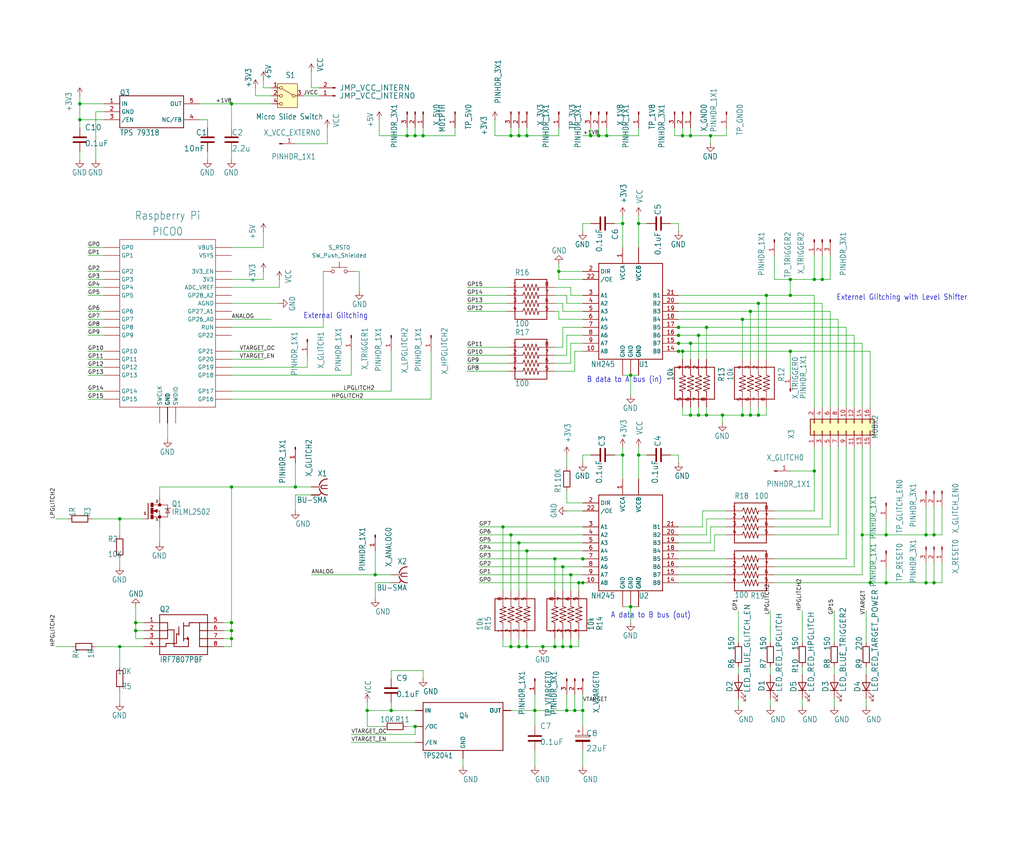
<source format=kicad_sch>
(kicad_sch (version 20231120) (generator "eeschema") (generator_version "8.0")
  (paper "User" 325.831 274.218)
  (title_block (title "Pico Glitcher") (date "2024-12-28") (rev "v1.0") (company "Faulty Hardware") (comment 1 "Matthias Kesenheimer"))
  (junction (at 200.66 119.38))
  (junction (at 38.1 165.1))
  (junction (at 251.46 88.9))
  (junction (at 167.64 43.18))
  (junction (at 251.46 93.98))
  (junction (at 165.1 43.18))
  (junction (at 297.18 185.42))
  (junction (at 241.3 96.52))
  (junction (at 167.64 205.74))
  (junction (at 190.5 43.18))
  (junction (at 222.25 132.08))
  (junction (at 185.42 177.8))
  (junction (at 222.25 106.68))
  (junction (at 219.71 132.08))
  (junction (at 182.88 226.06))
  (junction (at 238.76 132.08))
  (junction (at 162.56 170.18))
  (junction (at 129.54 43.18))
  (junction (at 274.32 170.18))
  (junction (at 179.07 180.34))
  (junction (at 219.71 109.22))
  (junction (at 165.1 172.72))
  (junction (at 238.76 99.06))
  (junction (at 162.56 43.18))
  (junction (at 243.84 93.98))
  (junction (at 198.12 144.78))
  (junction (at 25.4 38.1))
  (junction (at 251.46 111.76))
  (junction (at 184.15 185.42))
  (junction (at 297.18 170.18))
  (junction (at 294.64 185.42))
  (junction (at 261.62 88.9))
  (junction (at 236.22 101.6))
  (junction (at 134.62 43.18))
  (junction (at 236.22 132.08))
  (junction (at 43.18 200.66))
  (junction (at 203.2 71.12))
  (junction (at 203.2 144.78))
  (junction (at 200.66 193.04))
  (junction (at 217.17 43.18))
  (junction (at 132.08 43.18))
  (junction (at 43.18 198.12))
  (junction (at 224.79 104.14))
  (junction (at 124.46 226.06))
  (junction (at 259.08 88.9))
  (junction (at 73.66 203.2))
  (junction (at 226.06 43.18))
  (junction (at 185.42 226.06))
  (junction (at 187.96 43.18))
  (junction (at 181.61 205.74))
  (junction (at 294.64 170.18))
  (junction (at 276.86 185.42))
  (junction (at 132.08 231.14))
  (junction (at 170.18 226.06))
  (junction (at 198.12 71.12))
  (junction (at 160.02 167.64))
  (junction (at 73.66 200.66))
  (junction (at 185.42 185.42))
  (junction (at 281.94 170.18))
  (junction (at 215.9 109.22))
  (junction (at 73.66 198.12))
  (junction (at 179.07 205.74))
  (junction (at 217.17 111.76))
  (junction (at 241.3 132.08))
  (junction (at 180.34 226.06))
  (junction (at 119.38 182.88))
  (junction (at 176.53 205.74))
  (junction (at 215.9 111.76))
  (junction (at 25.4 33.02))
  (junction (at 229.87 132.08))
  (junction (at 38.1 205.74))
  (junction (at 73.66 154.94))
  (junction (at 176.53 177.8))
  (junction (at 281.94 185.42))
  (junction (at 193.04 43.18))
  (junction (at 162.56 205.74))
  (junction (at 93.98 154.94))
  (junction (at 219.71 43.18))
  (junction (at 116.84 226.06))
  (junction (at 165.1 205.74))
  (junction (at 259.08 149.86))
  (junction (at 215.9 106.68))
  (junction (at 73.66 33.02))
  (junction (at 181.61 182.88))
  (junction (at 215.9 104.14))
  (junction (at 167.64 175.26))
  (junction (at 177.8 86.36))
  (junction (at 224.79 132.08))
  (junction (at 172.72 205.74))
  (wire (pts (xy 214.63 104.14) (xy 215.9 104.14)) (stroke (width 0.1524)))
  (wire (pts (xy 264.16 129.54) (xy 264.16 99.06)) (stroke (width 0.1524)))
  (wire (pts (xy 215.9 180.34) (xy 231.14 180.34)) (stroke (width 0.1524)))
  (wire (pts (xy 222.25 114.3) (xy 222.25 106.68)) (stroke (width 0.1524)))
  (wire (pts (xy 33.02 81.28) (xy 27.94 81.28)) (stroke (width 0.1524)))
  (wire (pts (xy 251.46 88.9) (xy 246.38 88.9)) (stroke (width 0.1524)))
  (wire (pts (xy 219.71 40.64) (xy 219.71 43.18)))
  (wire (pts (xy 132.08 40.64) (xy 132.08 43.18)))
  (wire (pts (xy 33.02 93.98) (xy 27.94 93.98)) (stroke (width 0.1524)))
  (wire (pts (xy 203.2 142.24) (xy 203.2 144.78)) (stroke (width 0.1524)))
  (wire (pts (xy 124.46 215.9) (xy 124.46 213.36)) (stroke (width 0.1524)))
  (wire (pts (xy 185.42 88.9) (xy 177.8 88.9)) (stroke (width 0.1524)))
  (wire (pts (xy 195.58 144.78) (xy 198.12 144.78)) (stroke (width 0.1524)))
  (wire (pts (xy 223.52 167.64) (xy 215.9 167.64)) (stroke (width 0.1524)))
  (wire (pts (xy 132.08 236.22) (xy 111.76 236.22)) (stroke (width 0.1524)))
  (wire (pts (xy 281.94 170.18) (xy 274.32 170.18)) (stroke (width 0.1524)))
  (wire (pts (xy 120.65 43.18) (xy 129.54 43.18)) (stroke (width 0.1524)))
  (wire (pts (xy 97.79 113.03) (xy 97.79 116.84)) (stroke (width 0.1524)))
  (wire (pts (xy 124.46 111.76) (xy 124.46 124.46)) (stroke (width 0.1524)))
  (wire (pts (xy 73.66 127) (xy 137.16 127)) (stroke (width 0.1524)))
  (wire (pts (xy 251.46 88.9) (xy 251.46 93.98)) (stroke (width 0.1524)))
  (wire (pts (xy 180.34 226.06) (xy 182.88 226.06)) (stroke (width 0.1524)))
  (wire (pts (xy 73.66 101.6) (xy 86.36 101.6)) (stroke (width 0.1524)))
  (wire (pts (xy 114.3 86.36) (xy 114.3 92.71)))
  (wire (pts (xy 251.46 111.76) (xy 276.86 111.76)) (stroke (width 0.1524)))
  (wire (pts (xy 86.36 27.94) (xy 83.82 27.94)) (stroke (width 0.1524)))
  (wire (pts (xy 73.66 33.02) (xy 86.36 33.02)) (stroke (width 0.1524)))
  (wire (pts (xy 226.06 167.64) (xy 226.06 172.72)) (stroke (width 0.1524)))
  (wire (pts (xy 120.65 43.18) (xy 120.65 38.1)) (stroke (width 0.1524)))
  (wire (pts (xy 161.29 93.98) (xy 148.59 93.98)) (stroke (width 0.1524)))
  (wire (pts (xy 176.53 115.57) (xy 181.61 115.57)) (stroke (width 0.1524)))
  (wire (pts (xy 177.8 101.6) (xy 185.42 101.6)) (stroke (width 0.1524)))
  (wire (pts (xy 266.7 170.18) (xy 266.7 142.24)) (stroke (width 0.1524)))
  (wire (pts (xy 259.08 149.86) (xy 259.08 162.56)) (stroke (width 0.1524)))
  (wire (pts (xy 265.43 224.79) (xy 265.43 222.25)) (stroke (width 0.1524)))
  (wire (pts (xy 179.07 180.34) (xy 152.4 180.34)) (stroke (width 0.1524)))
  (wire (pts (xy 38.1 212.09) (xy 38.1 205.74)) (stroke (width 0.1524)))
  (wire (pts (xy 181.61 182.88) (xy 152.4 182.88)) (stroke (width 0.1524)))
  (wire (pts (xy 184.15 187.96) (xy 184.15 185.42)) (stroke (width 0.1524)))
  (wire (pts (xy 281.94 185.42) (xy 281.94 182.88)) (stroke (width 0.1524)))
  (wire (pts (xy 234.95 224.79) (xy 234.95 222.25)) (stroke (width 0.1524)))
  (wire (pts (xy 259.08 88.9) (xy 261.62 88.9)) (stroke (width 0.1524)))
  (wire (pts (xy 157.48 43.18) (xy 162.56 43.18)) (stroke (width 0.1524)))
  (wire (pts (xy 271.78 106.68) (xy 222.25 106.68)) (stroke (width 0.1524)))
  (wire (pts (xy 33.02 35.56) (xy 30.48 35.56)) (stroke (width 0.1524)))
  (wire (pts (xy 160.02 187.96) (xy 160.02 167.64)) (stroke (width 0.1524)))
  (wire (pts (xy 93.98 147.32) (xy 93.98 149.86)))
  (wire (pts (xy 215.9 185.42) (xy 231.14 185.42)) (stroke (width 0.1524)))
  (wire (pts (xy 264.16 88.9) (xy 264.16 81.28)))
  (wire (pts (xy 185.42 223.52) (xy 185.42 226.06)) (stroke (width 0.1524)))
  (wire (pts (xy 275.59 212.09) (xy 275.59 214.63)) (stroke (width 0.1524)))
  (wire (pts (xy 165.1 172.72) (xy 152.4 172.72)) (stroke (width 0.1524)))
  (wire (pts (xy 167.64 205.74) (xy 172.72 205.74)) (stroke (width 0.1524)))
  (wire (pts (xy 170.18 226.06) (xy 170.18 223.52)) (stroke (width 0.1524)))
  (wire (pts (xy 222.25 132.08) (xy 224.79 132.08)) (stroke (width 0.1524)))
  (wire (pts (xy 185.42 162.56) (xy 180.34 162.56)) (stroke (width 0.1524)))
  (wire (pts (xy 119.38 185.42) (xy 119.38 190.5)) (stroke (width 0.1524)))
  (wire (pts (xy 182.88 220.98) (xy 182.88 223.52)))
  (wire (pts (xy 185.42 220.98) (xy 185.42 223.52)))
  (wire (pts (xy 238.76 132.08) (xy 241.3 132.08)) (stroke (width 0.1524)))
  (wire (pts (xy 177.8 99.06) (xy 177.8 101.6)) (stroke (width 0.1524)))
  (wire (pts (xy 181.61 187.96) (xy 181.61 182.88)) (stroke (width 0.1524)))
  (wire (pts (xy 182.88 223.52) (xy 182.88 226.06)) (stroke (width 0.1524)))
  (wire (pts (xy 193.04 43.18) (xy 203.2 43.18)) (stroke (width 0.1524)))
  (wire (pts (xy 246.38 180.34) (xy 271.78 180.34)) (stroke (width 0.1524)))
  (wire (pts (xy 259.08 129.54) (xy 259.08 93.98)) (stroke (width 0.1524)))
  (wire (pts (xy 161.29 99.06) (xy 148.59 99.06)) (stroke (width 0.1524)))
  (wire (pts (xy 205.74 71.12) (xy 203.2 71.12)) (stroke (width 0.1524)))
  (wire (pts (xy 73.66 88.9) (xy 83.82 88.9)) (stroke (width 0.1524)))
  (wire (pts (xy 198.12 193.04) (xy 200.66 193.04)))
  (wire (pts (xy 147.32 243.84) (xy 147.32 241.3)) (stroke (width 0.1524)))
  (wire (pts (xy 38.1 170.18) (xy 38.1 165.1)) (stroke (width 0.1524)))
  (wire (pts (xy 195.58 71.12) (xy 198.12 71.12)) (stroke (width 0.1524)))
  (wire (pts (xy 38.1 205.74) (xy 30.48 205.74)) (stroke (width 0.1524)))
  (wire (pts (xy 229.87 132.08) (xy 236.22 132.08)) (stroke (width 0.1524)))
  (wire (pts (xy 215.9 101.6) (xy 236.22 101.6)) (stroke (width 0.1524)))
  (wire (pts (xy 276.86 185.42) (xy 276.86 142.24)) (stroke (width 0.1524)))
  (wire (pts (xy 297.18 179.07) (xy 297.18 185.42)) (stroke (width 0.1524)))
  (wire (pts (xy 215.9 177.8) (xy 231.14 177.8)) (stroke (width 0.1524)))
  (wire (pts (xy 129.54 231.14) (xy 132.08 231.14)) (stroke (width 0.1524)))
  (wire (pts (xy 167.64 43.18) (xy 177.8 43.18)) (stroke (width 0.1524)))
  (wire (pts (xy 226.06 172.72) (xy 215.9 172.72)) (stroke (width 0.1524)))
  (wire (pts (xy 226.06 43.18) (xy 219.71 43.18)) (stroke (width 0.1524)))
  (wire (pts (xy 176.53 91.44) (xy 181.61 91.44)) (stroke (width 0.1524)))
  (wire (pts (xy 181.61 115.57) (xy 181.61 109.22)) (stroke (width 0.1524)))
  (wire (pts (xy 214.63 111.76) (xy 215.9 111.76)) (stroke (width 0.1524)))
  (wire (pts (xy 299.72 170.18) (xy 297.18 170.18)) (stroke (width 0.1524)))
  (wire (pts (xy 116.84 226.06) (xy 116.84 223.52)) (stroke (width 0.1524)))
  (wire (pts (xy 182.88 226.06) (xy 185.42 226.06)) (stroke (width 0.1524)))
  (wire (pts (xy 251.46 149.86) (xy 254 149.86)))
  (wire (pts (xy 176.53 96.52) (xy 179.07 96.52)) (stroke (width 0.1524)))
  (wire (pts (xy 185.42 160.02) (xy 180.34 160.02)) (stroke (width 0.1524)))
  (wire (pts (xy 176.53 177.8) (xy 185.42 177.8)) (stroke (width 0.1524)))
  (wire (pts (xy 81.28 30.48) (xy 81.28 27.94)) (stroke (width 0.1524)))
  (wire (pts (xy 124.46 185.42) (xy 119.38 185.42)) (stroke (width 0.1524)))
  (wire (pts (xy 281.94 165.1) (xy 281.94 167.64)))
  (wire (pts (xy 224.79 165.1) (xy 231.14 165.1)) (stroke (width 0.1524)))
  (wire (pts (xy 269.24 129.54) (xy 269.24 104.14)) (stroke (width 0.1524)))
  (wire (pts (xy 276.86 111.76) (xy 276.86 129.54)) (stroke (width 0.1524)))
  (wire (pts (xy 71.12 200.66) (xy 73.66 200.66)) (stroke (width 0.1524)))
  (wire (pts (xy 86.36 30.48) (xy 81.28 30.48)) (stroke (width 0.1524)))
  (wire (pts (xy 124.46 223.52) (xy 124.46 226.06)) (stroke (width 0.1524)))
  (wire (pts (xy 161.29 91.44) (xy 148.59 91.44)) (stroke (width 0.1524)))
  (wire (pts (xy 176.53 93.98) (xy 180.34 93.98)) (stroke (width 0.1524)))
  (wire (pts (xy 182.88 118.11) (xy 182.88 111.76)) (stroke (width 0.1524)))
  (wire (pts (xy 38.1 223.52) (xy 38.1 219.71)) (stroke (width 0.1524)))
  (wire (pts (xy 236.22 132.08) (xy 238.76 132.08)) (stroke (width 0.1524)))
  (wire (pts (xy 73.66 205.74) (xy 73.66 203.2)) (stroke (width 0.1524)))
  (wire (pts (xy 217.17 114.3) (xy 217.17 111.76)) (stroke (width 0.1524)))
  (wire (pts (xy 180.34 106.68) (xy 185.42 106.68)) (stroke (width 0.1524)))
  (wire (pts (xy 181.61 109.22) (xy 185.42 109.22)) (stroke (width 0.1524)))
  (wire (pts (xy 251.46 88.9) (xy 259.08 88.9)) (stroke (width 0.1524)))
  (wire (pts (xy 161.29 113.03) (xy 148.59 113.03)) (stroke (width 0.1524)))
  (wire (pts (xy 113.03 86.36) (xy 114.3 86.36)))
  (wire (pts (xy 73.66 78.74) (xy 83.82 78.74)) (stroke (width 0.1524)))
  (wire (pts (xy 224.79 170.18) (xy 215.9 170.18)) (stroke (width 0.1524)))
  (wire (pts (xy 219.71 132.08) (xy 222.25 132.08)) (stroke (width 0.1524)))
  (wire (pts (xy 25.4 48.26) (xy 25.4 50.8)) (stroke (width 0.1524)))
  (wire (pts (xy 241.3 132.08) (xy 243.84 132.08)) (stroke (width 0.1524)))
  (wire (pts (xy 181.61 182.88) (xy 185.42 182.88)) (stroke (width 0.1524)))
  (wire (pts (xy 214.63 106.68) (xy 215.9 106.68)) (stroke (width 0.1524)))
  (wire (pts (xy 165.1 203.2) (xy 165.1 205.74)) (stroke (width 0.1524)))
  (wire (pts (xy 50.8 157.48) (xy 50.8 154.94)) (stroke (width 0.1524)))
  (wire (pts (xy 246.38 185.42) (xy 276.86 185.42)) (stroke (width 0.1524)))
  (wire (pts (xy 222.25 129.54) (xy 222.25 132.08)) (stroke (width 0.1524)))
  (wire (pts (xy 264.16 167.64) (xy 264.16 142.24)) (stroke (width 0.1524)))
  (wire (pts (xy 226.06 43.18) (xy 226.06 45.72)) (stroke (width 0.1524)))
  (wire (pts (xy 274.32 129.54) (xy 274.32 109.22)) (stroke (width 0.1524)))
  (wire (pts (xy 215.9 111.76) (xy 217.17 111.76)) (stroke (width 0.1524)))
  (wire (pts (xy 266.7 101.6) (xy 236.22 101.6)) (stroke (width 0.1524)))
  (wire (pts (xy 177.8 88.9) (xy 177.8 86.36)) (stroke (width 0.1524)))
  (wire (pts (xy 162.56 203.2) (xy 162.56 205.74)) (stroke (width 0.1524)))
  (wire (pts (xy 73.66 91.44) (xy 88.9 91.44)) (stroke (width 0.1524)))
  (wire (pts (xy 246.38 177.8) (xy 269.24 177.8)) (stroke (width 0.1524)))
  (wire (pts (xy 176.53 99.06) (xy 177.8 99.06)) (stroke (width 0.1524)))
  (wire (pts (xy 236.22 114.3) (xy 236.22 101.6)) (stroke (width 0.1524)))
  (wire (pts (xy 165.1 40.64) (xy 165.1 43.18)))
  (wire (pts (xy 246.38 170.18) (xy 266.7 170.18)) (stroke (width 0.1524)))
  (wire (pts (xy 29.21 165.1) (xy 38.1 165.1)) (stroke (width 0.1524)))
  (wire (pts (xy 243.84 93.98) (xy 251.46 93.98)) (stroke (width 0.1524)))
  (wire (pts (xy 162.56 205.74) (xy 165.1 205.74)) (stroke (width 0.1524)))
  (wire (pts (xy 167.64 203.2) (xy 167.64 205.74)) (stroke (width 0.1524)))
  (wire (pts (xy 181.61 91.44) (xy 181.61 93.98)) (stroke (width 0.1524)))
  (wire (pts (xy 185.42 238.76) (xy 185.42 243.84)) (stroke (width 0.1524)))
  (wire (pts (xy 223.52 162.56) (xy 223.52 167.64)) (stroke (width 0.1524)))
  (wire (pts (xy 261.62 96.52) (xy 241.3 96.52)) (stroke (width 0.1524)))
  (wire (pts (xy 203.2 68.58) (xy 203.2 71.12)) (stroke (width 0.1524)))
  (wire (pts (xy 214.63 43.18) (xy 214.63 40.64)) (stroke (width 0.1524)))
  (wire (pts (xy 33.02 106.68) (xy 27.94 106.68)) (stroke (width 0.1524)))
  (wire (pts (xy 299.72 179.07) (xy 299.72 185.42)) (stroke (width 0.1524)))
  (wire (pts (xy 246.38 182.88) (xy 274.32 182.88)) (stroke (width 0.1524)))
  (wire (pts (xy 217.17 129.54) (xy 217.17 132.08)) (stroke (width 0.1524)))
  (wire (pts (xy 297.18 161.29) (xy 297.18 170.18)) (stroke (width 0.1524)))
  (wire (pts (xy 255.27 214.63) (xy 255.27 212.09)) (stroke (width 0.1524)))
  (wire (pts (xy 259.08 142.24) (xy 259.08 149.86)) (stroke (width 0.1524)))
  (wire (pts (xy 71.12 205.74) (xy 73.66 205.74)) (stroke (width 0.1524)))
  (wire (pts (xy 215.9 104.14) (xy 224.79 104.14)) (stroke (width 0.1524)))
  (wire (pts (xy 200.66 193.04) (xy 200.66 198.12)) (stroke (width 0.1524)))
  (wire (pts (xy 33.02 119.38) (xy 27.94 119.38)) (stroke (width 0.1524)))
  (wire (pts (xy 167.64 175.26) (xy 185.42 175.26)) (stroke (width 0.1524)))
  (wire (pts (xy 180.34 144.78) (xy 180.34 148.59)) (stroke (width 0.1524)))
  (wire (pts (xy 271.78 129.54) (xy 271.78 106.68)) (stroke (width 0.1524)))
  (wire (pts (xy 203.2 144.78) (xy 203.2 152.4)) (stroke (width 0.1524)))
  (wire (pts (xy 73.66 114.3) (xy 83.82 114.3)) (stroke (width 0.1524)))
  (wire (pts (xy 66.04 48.26) (xy 66.04 50.8)) (stroke (width 0.1524)))
  (wire (pts (xy 132.08 43.18) (xy 134.62 43.18)) (stroke (width 0.1524)))
  (wire (pts (xy 198.12 144.78) (xy 198.12 152.4)) (stroke (width 0.1524)))
  (wire (pts (xy 93.98 154.94) (xy 99.06 154.94)) (stroke (width 0.1524)))
  (wire (pts (xy 71.12 203.2) (xy 73.66 203.2)) (stroke (width 0.1524)))
  (wire (pts (xy 170.18 238.76) (xy 170.18 243.84)) (stroke (width 0.1524)))
  (wire (pts (xy 176.53 205.74) (xy 179.07 205.74)) (stroke (width 0.1524)))
  (wire (pts (xy 172.72 205.74) (xy 176.53 205.74)) (stroke (width 0.1524)))
  (wire (pts (xy 45.72 198.12) (xy 43.18 198.12)) (stroke (width 0.1524)))
  (wire (pts (xy 73.66 48.26) (xy 73.66 50.8)) (stroke (width 0.1524)))
  (wire (pts (xy 45.72 203.2) (xy 43.18 203.2)) (stroke (width 0.1524)))
  (wire (pts (xy 234.95 204.47) (xy 234.95 194.31)) (stroke (width 0.1524)))
  (wire (pts (xy 294.64 161.29) (xy 294.64 170.18)) (stroke (width 0.1524)))
  (wire (pts (xy 179.07 203.2) (xy 179.07 205.74)) (stroke (width 0.1524)))
  (wire (pts (xy 177.8 40.64) (xy 177.8 43.18)))
  (wire (pts (xy 33.02 99.06) (xy 27.94 99.06)) (stroke (width 0.1524)))
  (wire (pts (xy 132.08 226.06) (xy 124.46 226.06)) (stroke (width 0.1524)))
  (wire (pts (xy 217.17 43.18) (xy 214.63 43.18)) (stroke (width 0.1524)))
  (wire (pts (xy 182.88 111.76) (xy 185.42 111.76)) (stroke (width 0.1524)))
  (wire (pts (xy 33.02 86.36) (xy 27.94 86.36)) (stroke (width 0.1524)))
  (wire (pts (xy 245.11 224.79) (xy 245.11 222.25)) (stroke (width 0.1524)))
  (wire (pts (xy 111.76 111.76) (xy 111.76 114.3)))
  (wire (pts (xy 33.02 91.44) (xy 27.94 91.44)) (stroke (width 0.1524)))
  (wire (pts (xy 162.56 43.18) (xy 165.1 43.18)) (stroke (width 0.1524)))
  (wire (pts (xy 93.98 45.72) (xy 96.52 45.72)))
  (wire (pts (xy 259.08 93.98) (xy 251.46 93.98)) (stroke (width 0.1524)))
  (wire (pts (xy 261.62 165.1) (xy 261.62 142.24)) (stroke (width 0.1524)))
  (wire (pts (xy 231.14 43.18) (xy 226.06 43.18)) (stroke (width 0.1524)))
  (wire (pts (xy 271.78 180.34) (xy 271.78 142.24)) (stroke (width 0.1524)))
  (wire (pts (xy 170.18 231.14) (xy 170.18 226.06)) (stroke (width 0.1524)))
  (wire (pts (xy 176.53 177.8) (xy 152.4 177.8)) (stroke (width 0.1524)))
  (wire (pts (xy 179.07 110.49) (xy 179.07 104.14)) (stroke (width 0.1524)))
  (wire (pts (xy 73.66 154.94) (xy 93.98 154.94)) (stroke (width 0.1524)))
  (wire (pts (xy 190.5 43.18) (xy 193.04 43.18)) (stroke (width 0.1524)))
  (wire (pts (xy 33.02 78.74) (xy 27.94 78.74)) (stroke (width 0.1524)))
  (wire (pts (xy 162.56 187.96) (xy 162.56 170.18)) (stroke (width 0.1524)))
  (wire (pts (xy 30.48 35.56) (xy 30.48 50.8)) (stroke (width 0.1524)))
  (wire (pts (xy 71.12 198.12) (xy 73.66 198.12)) (stroke (width 0.1524)))
  (wire (pts (xy 162.56 170.18) (xy 185.42 170.18)) (stroke (width 0.1524)))
  (wire (pts (xy 215.9 182.88) (xy 231.14 182.88)) (stroke (width 0.1524)))
  (wire (pts (xy 161.29 110.49) (xy 148.59 110.49)) (stroke (width 0.1524)))
  (wire (pts (xy 119.38 177.8) (xy 119.38 182.88)) (stroke (width 0.1524)))
  (wire (pts (xy 160.02 167.64) (xy 152.4 167.64)) (stroke (width 0.1524)))
  (wire (pts (xy 186.69 177.8) (xy 185.42 177.8)) (stroke (width 0.1524)))
  (wire (pts (xy 238.76 114.3) (xy 238.76 99.06)) (stroke (width 0.1524)))
  (wire (pts (xy 219.71 129.54) (xy 219.71 132.08)) (stroke (width 0.1524)))
  (wire (pts (xy 200.66 119.38) (xy 200.66 125.73)))
  (wire (pts (xy 265.43 214.63) (xy 265.43 212.09)) (stroke (width 0.1524)))
  (wire (pts (xy 187.96 40.64) (xy 187.96 43.18)))
  (wire (pts (xy 38.1 177.8) (xy 38.1 180.34)) (stroke (width 0.1524)))
  (wire (pts (xy 73.66 116.84) (xy 97.79 116.84)) (stroke (width 0.1524)))
  (wire (pts (xy 124.46 226.06) (xy 116.84 226.06)) (stroke (width 0.1524)))
  (wire (pts (xy 180.34 113.03) (xy 180.34 106.68)) (stroke (width 0.1524)))
  (wire (pts (xy 231.14 40.64) (xy 231.14 43.18)) (stroke (width 0.1524)))
  (wire (pts (xy 261.62 81.28) (xy 261.62 88.9)))
  (wire (pts (xy 176.53 113.03) (xy 180.34 113.03)) (stroke (width 0.1524)))
  (wire (pts (xy 66.04 38.1) (xy 63.5 38.1)) (stroke (width 0.1524)))
  (wire (pts (xy 43.18 203.2) (xy 43.18 200.66)) (stroke (width 0.1524)))
  (wire (pts (xy 245.11 204.47) (xy 245.11 194.31)) (stroke (width 0.1524)))
  (wire (pts (xy 180.34 223.52) (xy 180.34 226.06)) (stroke (width 0.1524)))
  (wire (pts (xy 45.72 200.66) (xy 43.18 200.66)) (stroke (width 0.1524)))
  (wire (pts (xy 281.94 167.64) (xy 281.94 170.18)) (stroke (width 0.1524)))
  (wire (pts (xy 185.42 147.32) (xy 185.42 144.78)) (stroke (width 0.1524)))
  (wire (pts (xy 226.06 167.64) (xy 231.14 167.64)) (stroke (width 0.1524)))
  (wire (pts (xy 185.42 226.06) (xy 185.42 231.14)) (stroke (width 0.1524)))
  (wire (pts (xy 255.27 224.79) (xy 255.27 222.25)) (stroke (width 0.1524)))
  (wire (pts (xy 185.42 86.36) (xy 177.8 86.36)) (stroke (width 0.1524)))
  (wire (pts (xy 119.38 175.26) (xy 119.38 177.8)))
  (wire (pts (xy 269.24 177.8) (xy 269.24 142.24)) (stroke (width 0.1524)))
  (wire (pts (xy 96.52 45.72) (xy 104.14 45.72)) (stroke (width 0.1524)))
  (wire (pts (xy 116.84 231.14) (xy 116.84 226.06)) (stroke (width 0.1524)))
  (wire (pts (xy 93.98 149.86) (xy 93.98 154.94)) (stroke (width 0.1524)))
  (wire (pts (xy 119.38 182.88) (xy 124.46 182.88)) (stroke (width 0.1524)))
  (wire (pts (xy 264.16 88.9) (xy 261.62 88.9)))
  (wire (pts (xy 162.56 170.18) (xy 152.4 170.18)) (stroke (width 0.1524)))
  (wire (pts (xy 134.62 213.36) (xy 134.62 215.9)) (stroke (width 0.1524)))
  (wire (pts (xy 137.16 127) (xy 137.16 114.3)) (stroke (width 0.1524)))
  (wire (pts (xy 254 149.86) (xy 259.08 149.86)) (stroke (width 0.1524)))
  (wire (pts (xy 165.1 205.74) (xy 167.64 205.74)) (stroke (width 0.1524)))
  (wire (pts (xy 134.62 40.64) (xy 134.62 43.18)))
  (wire (pts (xy 203.2 40.64) (xy 203.2 43.18)) (stroke (width 0.1524)))
  (wire (pts (xy 33.02 38.1) (xy 25.4 38.1)) (stroke (width 0.1524)))
  (wire (pts (xy 73.66 119.38) (xy 111.76 119.38)) (stroke (width 0.1524)))
  (wire (pts (xy 187.96 43.18) (xy 190.5 43.18)) (stroke (width 0.1524)))
  (wire (pts (xy 215.9 93.98) (xy 243.84 93.98)) (stroke (width 0.1524)))
  (wire (pts (xy 246.38 162.56) (xy 259.08 162.56)) (stroke (width 0.1524)))
  (wire (pts (xy 167.64 175.26) (xy 152.4 175.26)) (stroke (width 0.1524)))
  (wire (pts (xy 63.5 33.02) (xy 73.66 33.02)) (stroke (width 0.1524)))
  (wire (pts (xy 184.15 205.74) (xy 184.15 203.2)) (stroke (width 0.1524)))
  (wire (pts (xy 224.79 165.1) (xy 224.79 170.18)) (stroke (width 0.1524)))
  (wire (pts (xy 185.42 43.18) (xy 187.96 43.18)) (stroke (width 0.1524)))
  (wire (pts (xy 215.9 99.06) (xy 238.76 99.06)) (stroke (width 0.1524)))
  (wire (pts (xy 269.24 104.14) (xy 224.79 104.14)) (stroke (width 0.1524)))
  (wire (pts (xy 179.07 180.34) (xy 185.42 180.34)) (stroke (width 0.1524)))
  (wire (pts (xy 294.64 185.42) (xy 281.94 185.42)) (stroke (width 0.1524)))
  (wire (pts (xy 33.02 88.9) (xy 27.94 88.9)) (stroke (width 0.1524)))
  (wire (pts (xy 170.18 220.98) (xy 170.18 223.52)))
  (wire (pts (xy 165.1 43.18) (xy 167.64 43.18)) (stroke (width 0.1524)))
  (wire (pts (xy 33.02 104.14) (xy 27.94 104.14)) (stroke (width 0.1524)))
  (wire (pts (xy 66.04 40.64) (xy 66.04 38.1)) (stroke (width 0.1524)))
  (wire (pts (xy 165.1 172.72) (xy 185.42 172.72)) (stroke (width 0.1524)))
  (wire (pts (xy 129.54 43.18) (xy 132.08 43.18)) (stroke (width 0.1524)))
  (wire (pts (xy 219.71 114.3) (xy 219.71 109.22)) (stroke (width 0.1524)))
  (wire (pts (xy 274.32 109.22) (xy 219.71 109.22)) (stroke (width 0.1524)))
  (wire (pts (xy 203.2 71.12) (xy 203.2 78.74)) (stroke (width 0.1524)))
  (wire (pts (xy 73.66 203.2) (xy 73.66 200.66)) (stroke (width 0.1524)))
  (wire (pts (xy 99.06 182.88) (xy 119.38 182.88)) (stroke (width 0.1524)))
  (wire (pts (xy 165.1 187.96) (xy 165.1 172.72)) (stroke (width 0.1524)))
  (wire (pts (xy 167.64 187.96) (xy 167.64 175.26)) (stroke (width 0.1524)))
  (wire (pts (xy 261.62 129.54) (xy 261.62 96.52)) (stroke (width 0.1524)))
  (wire (pts (xy 111.76 119.38) (xy 111.76 114.3)) (stroke (width 0.1524)))
  (wire (pts (xy 25.4 38.1) (xy 25.4 33.02)) (stroke (width 0.1524)))
  (wire (pts (xy 215.9 144.78) (xy 215.9 147.32)) (stroke (width 0.1524)))
  (wire (pts (xy 246.38 167.64) (xy 264.16 167.64)) (stroke (width 0.1524)))
  (wire (pts (xy 215.9 96.52) (xy 241.3 96.52)) (stroke (width 0.1524)))
  (wire (pts (xy 181.61 203.2) (xy 181.61 205.74)) (stroke (width 0.1524)))
  (wire (pts (xy 227.33 175.26) (xy 215.9 175.26)) (stroke (width 0.1524)))
  (wire (pts (xy 73.66 96.52) (xy 88.9 96.52)) (stroke (width 0.1524)))
  (wire (pts (xy 33.02 101.6) (xy 27.94 101.6)) (stroke (width 0.1524)))
  (wire (pts (xy 217.17 111.76) (xy 251.46 111.76)) (stroke (width 0.1524)))
  (wire (pts (xy 243.84 93.98) (xy 243.84 114.3)) (stroke (width 0.1524)))
  (wire (pts (xy 213.36 144.78) (xy 215.9 144.78)) (stroke (width 0.1524)))
  (wire (pts (xy 124.46 213.36) (xy 134.62 213.36)) (stroke (width 0.1524)))
  (wire (pts (xy 224.79 132.08) (xy 229.87 132.08)) (stroke (width 0.1524)))
  (wire (pts (xy 83.82 88.9) (xy 83.82 86.36)) (stroke (width 0.1524)))
  (wire (pts (xy 181.61 205.74) (xy 184.15 205.74)) (stroke (width 0.1524)))
  (wire (pts (xy 236.22 129.54) (xy 236.22 132.08)) (stroke (width 0.1524)))
  (wire (pts (xy 276.86 185.42) (xy 281.94 185.42)) (stroke (width 0.1524)))
  (wire (pts (xy 275.59 222.25) (xy 275.59 224.79)) (stroke (width 0.1524)))
  (wire (pts (xy 238.76 129.54) (xy 238.76 132.08)) (stroke (width 0.1524)))
  (wire (pts (xy 294.64 170.18) (xy 281.94 170.18)) (stroke (width 0.1524)))
  (wire (pts (xy 179.07 99.06) (xy 185.42 99.06)) (stroke (width 0.1524)))
  (wire (pts (xy 227.33 170.18) (xy 231.14 170.18)) (stroke (width 0.1524)))
  (wire (pts (xy 294.64 179.07) (xy 294.64 185.42)) (stroke (width 0.1524)))
  (wire (pts (xy 73.66 124.46) (xy 124.46 124.46)) (stroke (width 0.1524)))
  (wire (pts (xy 234.95 214.63) (xy 234.95 212.09)) (stroke (width 0.1524)))
  (wire (pts (xy 179.07 205.74) (xy 181.61 205.74)) (stroke (width 0.1524)))
  (wire (pts (xy 157.48 43.18) (xy 157.48 38.1)) (stroke (width 0.1524)))
  (wire (pts (xy 38.1 165.1) (xy 45.72 165.1)) (stroke (width 0.1524)))
  (wire (pts (xy 190.5 40.64) (xy 190.5 43.18)))
  (wire (pts (xy 160.02 167.64) (xy 185.42 167.64)) (stroke (width 0.1524)))
  (wire (pts (xy 161.29 118.11) (xy 148.59 118.11)) (stroke (width 0.1524)))
  (wire (pts (xy 185.42 71.12) (xy 187.96 71.12)) (stroke (width 0.1524)))
  (wire (pts (xy 50.8 154.94) (xy 73.66 154.94)) (stroke (width 0.1524)))
  (wire (pts (xy 245.11 214.63) (xy 245.11 212.09)) (stroke (width 0.1524)))
  (wire (pts (xy 83.82 27.94) (xy 83.82 25.4)) (stroke (width 0.1524)))
  (wire (pts (xy 137.16 111.76) (xy 137.16 114.3)))
  (wire (pts (xy 217.17 132.08) (xy 219.71 132.08)) (stroke (width 0.1524)))
  (wire (pts (xy 214.63 109.22) (xy 215.9 109.22)) (stroke (width 0.1524)))
  (wire (pts (xy 50.8 167.64) (xy 50.8 172.72)) (stroke (width 0.1524)))
  (wire (pts (xy 101.6 27.94) (xy 99.06 27.94)) (stroke (width 0.1524)))
  (wire (pts (xy 33.02 33.02) (xy 25.4 33.02)) (stroke (width 0.1524)))
  (wire (pts (xy 200.66 193.04) (xy 203.2 193.04)))
  (wire (pts (xy 215.9 109.22) (xy 219.71 109.22)) (stroke (width 0.1524)))
  (wire (pts (xy 179.07 96.52) (xy 179.07 99.06)) (stroke (width 0.1524)))
  (wire (pts (xy 33.02 127) (xy 27.94 127)) (stroke (width 0.1524)))
  (wire (pts (xy 205.74 144.78) (xy 203.2 144.78)) (stroke (width 0.1524)))
  (wire (pts (xy 161.29 115.57) (xy 148.59 115.57)) (stroke (width 0.1524)))
  (wire (pts (xy 162.56 226.06) (xy 170.18 226.06)) (stroke (width 0.1524)))
  (wire (pts (xy 264.16 99.06) (xy 238.76 99.06)) (stroke (width 0.1524)))
  (wire (pts (xy 73.66 104.14) (xy 102.87 104.14)) (stroke (width 0.1524)))
  (wire (pts (xy 193.04 40.64) (xy 193.04 43.18)))
  (wire (pts (xy 181.61 93.98) (xy 185.42 93.98)) (stroke (width 0.1524)))
  (wire (pts (xy 184.15 185.42) (xy 152.4 185.42)) (stroke (width 0.1524)))
  (wire (pts (xy 101.6 30.48) (xy 96.52 30.48)) (stroke (width 0.1524)))
  (wire (pts (xy 227.33 170.18) (xy 227.33 175.26)) (stroke (width 0.1524)))
  (wire (pts (xy 33.02 111.76) (xy 27.94 111.76)) (stroke (width 0.1524)))
  (wire (pts (xy 22.86 205.74) (xy 17.78 205.74)) (stroke (width 0.1524)))
  (wire (pts (xy 243.84 132.08) (xy 243.84 129.54)) (stroke (width 0.1524)))
  (wire (pts (xy 274.32 182.88) (xy 274.32 170.18)) (stroke (width 0.1524)))
  (wire (pts (xy 198.12 144.78) (xy 198.12 142.24)) (stroke (width 0.1524)))
  (wire (pts (xy 176.53 110.49) (xy 179.07 110.49)) (stroke (width 0.1524)))
  (wire (pts (xy 184.15 185.42) (xy 185.42 185.42)) (stroke (width 0.1524)))
  (wire (pts (xy 99.06 27.94) (xy 99.06 22.86)) (stroke (width 0.1524)))
  (wire (pts (xy 167.64 40.64) (xy 167.64 43.18)))
  (wire (pts (xy 180.34 160.02) (xy 180.34 156.21)) (stroke (width 0.1524)))
  (wire (pts (xy 99.06 157.48) (xy 93.98 157.48)) (stroke (width 0.1524)))
  (wire (pts (xy 241.3 114.3) (xy 241.3 96.52)) (stroke (width 0.1524)))
  (wire (pts (xy 217.17 40.64) (xy 217.17 43.18)))
  (wire (pts (xy 73.66 111.76) (xy 83.82 111.76)) (stroke (width 0.1524)))
  (wire (pts (xy 53.34 139.7) (xy 53.34 134.62)) (stroke (width 0.1524)))
  (wire (pts (xy 132.08 233.68) (xy 111.76 233.68)) (stroke (width 0.1524)))
  (wire (pts (xy 179.07 187.96) (xy 179.07 180.34)) (stroke (width 0.1524)))
  (wire (pts (xy 185.42 144.78) (xy 187.96 144.78)) (stroke (width 0.1524)))
  (wire (pts (xy 198.12 71.12) (xy 198.12 78.74)) (stroke (width 0.1524)))
  (wire (pts (xy 215.9 106.68) (xy 222.25 106.68)) (stroke (width 0.1524)))
  (wire (pts (xy 297.18 185.42) (xy 294.64 185.42)) (stroke (width 0.1524)))
  (wire (pts (xy 219.71 43.18) (xy 217.17 43.18)) (stroke (width 0.1524)))
  (wire (pts (xy 224.79 114.3) (xy 224.79 104.14)) (stroke (width 0.1524)))
  (wire (pts (xy 246.38 165.1) (xy 261.62 165.1)) (stroke (width 0.1524)))
  (wire (pts (xy 275.59 204.47) (xy 275.59 194.31)) (stroke (width 0.1524)))
  (wire (pts (xy 281.94 180.34) (xy 281.94 182.88)))
  (wire (pts (xy 229.87 134.62) (xy 229.87 132.08)) (stroke (width 0.1524)))
  (wire (pts (xy 73.66 198.12) (xy 73.66 154.94)) (stroke (width 0.1524)))
  (wire (pts (xy 33.02 124.46) (xy 27.94 124.46)) (stroke (width 0.1524)))
  (wire (pts (xy 198.12 71.12) (xy 198.12 68.58)) (stroke (width 0.1524)))
  (wire (pts (xy 121.92 231.14) (xy 116.84 231.14)) (stroke (width 0.1524)))
  (wire (pts (xy 177.8 86.36) (xy 177.8 83.82)) (stroke (width 0.1524)))
  (wire (pts (xy 186.69 185.42) (xy 185.42 185.42)) (stroke (width 0.1524)))
  (wire (pts (xy 198.12 119.38) (xy 200.66 119.38)))
  (wire (pts (xy 176.53 118.11) (xy 182.88 118.11)) (stroke (width 0.1524)))
  (wire (pts (xy 185.42 73.66) (xy 185.42 71.12)) (stroke (width 0.1524)))
  (wire (pts (xy 134.62 43.18) (xy 144.78 43.18)) (stroke (width 0.1524)))
  (wire (pts (xy 88.9 91.44) (xy 88.9 88.9)) (stroke (width 0.1524)))
  (wire (pts (xy 299.72 185.42) (xy 297.18 185.42)) (stroke (width 0.1524)))
  (wire (pts (xy 259.08 81.28) (xy 259.08 88.9)))
  (wire (pts (xy 43.18 200.66) (xy 43.18 198.12)) (stroke (width 0.1524)))
  (wire (pts (xy 213.36 71.12) (xy 215.9 71.12)) (stroke (width 0.1524)))
  (wire (pts (xy 180.34 220.98) (xy 180.34 223.52)))
  (wire (pts (xy 73.66 40.64) (xy 73.66 33.02)) (stroke (width 0.1524)))
  (wire (pts (xy 224.79 129.54) (xy 224.79 132.08)) (stroke (width 0.1524)))
  (wire (pts (xy 129.54 40.64) (xy 129.54 43.18)))
  (wire (pts (xy 241.3 129.54) (xy 241.3 132.08)) (stroke (width 0.1524)))
  (wire (pts (xy 73.66 200.66) (xy 73.66 198.12)) (stroke (width 0.1524)))
  (wire (pts (xy 265.43 204.47) (xy 265.43 194.31)) (stroke (width 0.1524)))
  (wire (pts (xy 176.53 187.96) (xy 176.53 177.8)) (stroke (width 0.1524)))
  (wire (pts (xy 161.29 96.52) (xy 148.59 96.52)) (stroke (width 0.1524)))
  (wire (pts (xy 180.34 93.98) (xy 180.34 96.52)) (stroke (width 0.1524)))
  (wire (pts (xy 297.18 170.18) (xy 294.64 170.18)) (stroke (width 0.1524)))
  (wire (pts (xy 299.72 161.29) (xy 299.72 170.18)) (stroke (width 0.1524)))
  (wire (pts (xy 266.7 129.54) (xy 266.7 101.6)) (stroke (width 0.1524)))
  (wire (pts (xy 170.18 226.06) (xy 180.34 226.06)) (stroke (width 0.1524)))
  (wire (pts (xy 162.56 40.64) (xy 162.56 43.18)))
  (wire (pts (xy 274.32 170.18) (xy 274.32 142.24)) (stroke (width 0.1524)))
  (wire (pts (xy 223.52 162.56) (xy 231.14 162.56)) (stroke (width 0.1524)))
  (wire (pts (xy 132.08 231.14) (xy 132.08 233.68)) (stroke (width 0.1524)))
  (wire (pts (xy 200.66 119.38) (xy 203.2 119.38)))
  (wire (pts (xy 104.14 45.72) (xy 104.14 40.64)) (stroke (width 0.1524)))
  (wire (pts (xy 179.07 104.14) (xy 185.42 104.14)) (stroke (width 0.1524)))
  (wire (pts (xy 180.34 96.52) (xy 185.42 96.52)) (stroke (width 0.1524)))
  (wire (pts (xy 144.78 40.64) (xy 144.78 43.18)))
  (wire (pts (xy 21.59 165.1) (xy 17.78 165.1)) (stroke (width 0.1524)))
  (wire (pts (xy 246.38 81.28) (xy 246.38 88.9)))
  (wire (pts (xy 176.53 203.2) (xy 176.53 205.74)) (stroke (width 0.1524)))
  (wire (pts (xy 45.72 205.74) (xy 38.1 205.74)) (stroke (width 0.1524)))
  (wire (pts (xy 160.02 203.2) (xy 160.02 205.74)) (stroke (width 0.1524)))
  (wire (pts (xy 215.9 71.12) (xy 215.9 73.66)) (stroke (width 0.1524)))
  (wire (pts (xy 33.02 114.3) (xy 27.94 114.3)) (stroke (width 0.1524)))
  (wire (pts (xy 83.82 78.74) (xy 83.82 73.66)) (stroke (width 0.1524)))
  (wire (pts (xy 102.87 86.36) (xy 102.87 104.14)) (stroke (width 0.1524)))
  (wire (pts (xy 43.18 198.12) (xy 43.18 193.04)) (stroke (width 0.1524)))
  (wire (pts (xy 255.27 204.47) (xy 255.27 194.31)) (stroke (width 0.1524)))
  (wire (pts (xy 251.46 111.76) (xy 251.46 119.38)) (stroke (width 0.1524)))
  (wire (pts (xy 25.4 40.64) (xy 25.4 38.1)) (stroke (width 0.1524)))
  (wire (pts (xy 160.02 205.74) (xy 162.56 205.74)) (stroke (width 0.1524)))
  (wire (pts (xy 93.98 157.48) (xy 93.98 162.56)) (stroke (width 0.1524)))
  (wire (pts (xy 25.4 33.02) (xy 25.4 30.48)) (stroke (width 0.1524)))
  (wire (pts (xy 33.02 116.84) (xy 27.94 116.84)) (stroke (width 0.1524)))
  (text "A data to B bus (out)" (at 194.31 196.85 0) (effects (font (size 1.778 1.5113)) (justify left bottom)))
  (text "External Glitching" (at 96.52 101.6 0) (effects (font (size 1.778 1.5113)) (justify left bottom)))
  (text "Externel Glitching with Level Shifter" (at 307.848 95.758 0) (effects (font (size 1.778 1.5113)) (justify right bottom)))
  (text "B data to A bus (in)" (at 186.69 121.92 0) (effects (font (size 1.778 1.5113)) (justify left bottom)))
  (label "GP13" (at 27.94 119.38 0) (effects (font (size 1.2446 1.2446))))
  (label "GP3" (at 27.94 88.9 0) (effects (font (size 1.2446 1.2446))))
  (label "+1V8" (at 185.42 43.18 0) (effects (font (size 1.2446 1.2446))))
  (label "GP9" (at 27.94 106.68 0) (effects (font (size 1.2446 1.2446))))
  (label "GP5" (at 152.4 172.72 0) (effects (font (size 1.2446 1.2446))))
  (label "VTARGET_OC" (at 111.76 233.68 0) (effects (font (size 1.2446 1.2446))))
  (label "GP0" (at 27.94 78.74 0) (effects (font (size 1.2446 1.2446))))
  (label "GP1" (at 27.94 81.28 0) (effects (font (size 1.2446 1.2446))))
  (label "LPGLITCH2" (at 109.22 124.46 0) (effects (font (size 1.2446 1.2446))))
  (label "VTARGET_OC" (at 76.2 111.76 0) (effects (font (size 1.2446 1.2446))))
  (label "VTARGET_EN" (at 111.76 236.22 0) (effects (font (size 1.2446 1.2446))))
  (label "GP1" (at 234.95 194.31 90) (effects (font (size 1.2446 1.2446))))
  (label "HPGLITCH2" (at 17.78 205.74 90) (effects (font (size 1.2446 1.2446))))
  (label "GP15" (at 265.43 195.58 90) (effects (font (size 1.2446 1.2446))))
  (label "GP4" (at 152.4 175.26 0) (effects (font (size 1.2446 1.2446))))
  (label "GP11" (at 148.59 110.49 0) (effects (font (size 1.2446 1.2446))))
  (label "VTARGET_EN" (at 76.2 114.3 0) (effects (font (size 1.2446 1.2446))))
  (label "GP7" (at 27.94 101.6 0) (effects (font (size 1.2446 1.2446))))
  (label "GP15" (at 27.94 127 0) (effects (font (size 1.2446 1.2446))))
  (label "ANALOG" (at 99.06 182.88 0) (effects (font (size 1.2446 1.2446))))
  (label "VTARGET" (at 275.59 195.58 90) (effects (font (size 1.2446 1.2446))))
  (label "GP9" (at 148.59 115.57 0) (effects (font (size 1.2446 1.2446))))
  (label "GP2" (at 152.4 180.34 0) (effects (font (size 1.2446 1.2446))))
  (label "HPGLITCH2" (at 255.27 194.31 90) (effects (font (size 1.2446 1.2446))))
  (label "GP13" (at 148.59 96.52 0) (effects (font (size 1.2446 1.2446))))
  (label "GP5" (at 27.94 93.98 0) (effects (font (size 1.2446 1.2446))))
  (label "GP2" (at 27.94 86.36 0) (effects (font (size 1.2446 1.2446))))
  (label "GP8" (at 148.59 118.11 0) (effects (font (size 1.2446 1.2446))))
  (label "JVCC" (at 96.52 30.48 0) (effects (font (size 1.2446 1.2446))))
  (label "GP12" (at 148.59 99.06 0) (effects (font (size 1.2446 1.2446))))
  (label "GP4" (at 27.94 91.44 0) (effects (font (size 1.2446 1.2446))))
  (label "+1V8" (at 68.58 33.02 0) (effects (font (size 1.2446 1.2446))))
  (label "GP10" (at 27.94 111.76 0) (effects (font (size 1.2446 1.2446))))
  (label "LPGLITCH2" (at 245.11 195.58 90) (effects (font (size 1.2446 1.2446))))
  (label "GP3" (at 152.4 177.8 0) (effects (font (size 1.2446 1.2446))))
  (label "GP7" (at 152.4 167.64 0) (effects (font (size 1.2446 1.2446))))
  (label "GP1" (at 152.4 182.88 0) (effects (font (size 1.2446 1.2446))))
  (label "GP12" (at 27.94 116.84 0) (effects (font (size 1.2446 1.2446))))
  (label "VTARGET" (at 185.42 223.52 0) (effects (font (size 1.2446 1.2446))))
  (label "GP0" (at 152.4 185.42 0) (effects (font (size 1.2446 1.2446))))
  (label "GP6" (at 27.94 99.06 0) (effects (font (size 1.2446 1.2446))))
  (label "GP15" (at 148.59 91.44 0) (effects (font (size 1.2446 1.2446))))
  (label "GP11" (at 27.94 114.3 0) (effects (font (size 1.2446 1.2446))))
  (label "GP8" (at 27.94 104.14 0) (effects (font (size 1.2446 1.2446))))
  (label "GP10" (at 148.59 113.03 0) (effects (font (size 1.2446 1.2446))))
  (label "GP14" (at 148.59 93.98 0) (effects (font (size 1.2446 1.2446))))
  (label "GP6" (at 152.4 170.18 0) (effects (font (size 1.2446 1.2446))))
  (label "LPGLITCH2" (at 17.78 165.1 90) (effects (font (size 1.2446 1.2446))))
  (label "GP14" (at 27.94 124.46 0) (effects (font (size 1.2446 1.2446))))
  (label "ANALOG" (at 73.66 101.6 0) (effects (font (size 1.2446 1.2446))))
  (label "HPGLITCH2" (at 105.41 127 0) (effects (font (size 1.2446 1.2446))))
  (symbol (lib_id "power:GND") (at 255.27 224.79 0) (unit 1)
    (property "Reference" "#GND026" (effects (hide yes)))
    (property "Value" "GND" (at 255.27 229.87 0) (effects (font (size 1.778 1.5113)) (justify left bottom)))
    (property "Description" "Power symbol creates a global label with name \"GND\" , ground" (effects (hide yes)))
  )
  (symbol (lib_id "power:VCC") (at 99.06 22.86 0) (unit 1)
    (property "Reference" "#P+02" (effects (hide yes)))
    (property "Value" "VCC" (at 102.87 22.86 90) (effects (font (size 1.778 1.5113)) (justify left bottom)))
    (property "Description" "Power symbol creates a global label with name \"VCC\"" (effects (hide yes)))
  )
  (symbol (lib_id "Connector:Conn_01x01_Pin") (at 281.94 160.02 270) (unit 1)
    (property "Reference" "TP_GLITCH_EN0" (at 285.242 152.4 0) (effects (font (size 1.778 1.5113)) (justify left bottom)))
    (property "Value" "PINHDR_1X1" (at 276.86 157.48 0) (effects (font (size 1.778 1.5113)) (justify left bottom)))
    (property "Footprint" "Connector_PinHeader_2.54mm:PinHeader_1x01_P2.54mm_Vertical" (effects (hide yes)))
    (property "Description" "Generic connector, single row, 01x01, script generated" (effects (hide yes)))
  )
  (symbol (lib_id "Connector:Conn_01x03_Pin") (at 261.62 76.2 90) (mirror x) (unit 1)
    (property "Reference" "X_TRIGGER2" (at 255.778 73.66 0) (effects (font (size 1.778 1.5113)) (justify left bottom)))
    (property "Value" "PINHDR_3X1" (at 269.24 73.66 0) (effects (font (size 1.778 1.5113)) (justify left bottom)))
    (property "Footprint" "Connector_PinHeader_2.54mm:PinHeader_1x03_P2.54mm_Vertical" (effects (hide yes)))
    (property "Description" "Generic connector, single row, 01x03, script generated" (effects (hide yes)))
  )
  (symbol (lib_id "power:GND") (at 172.72 205.74 0) (unit 1)
    (property "Reference" "#GND016" (effects (hide yes)))
    (property "Value" "GND" (at 170.18 210.82 0) (effects (font (size 1.778 1.5113)) (justify left bottom)))
    (property "Description" "Power symbol creates a global label with name \"GND\" , ground" (effects (hide yes)))
  )
  (symbol (lib_id "power:GND") (at 275.59 224.79 0) (unit 1)
    (property "Reference" "#GND025" (effects (hide yes)))
    (property "Value" "GND" (at 275.59 229.87 0) (effects (font (size 1.778 1.5113)) (justify left bottom)))
    (property "Description" "Power symbol creates a global label with name \"GND\" , ground" (effects (hide yes)))
  )
  (symbol (lib_id "power:GND") (at 185.42 147.32 0) (unit 1)
    (property "Reference" "#GND06" (effects (hide yes)))
    (property "Value" "GND" (at 182.88 152.4 0) (effects (font (size 1.778 1.5113)) (justify left bottom)))
    (property "Description" "Power symbol creates a global label with name \"GND\" , ground" (effects (hide yes)))
  )
  (symbol (lib_id "power:+3V3") (at 83.82 86.36 0) (unit 1)
    (property "Reference" "#+3V01" (effects (hide yes)))
    (property "Value" "+3V3" (at 81.28 90.17 90) (effects (font (size 1.778 1.5113)) (justify left bottom)))
    (property "Description" "Power symbol creates a global label with name \"+3V3\"" (effects (hide yes)))
  )
  (symbol (lib_id "power:GND") (at 185.42 73.66 0) (unit 1)
    (property "Reference" "#GND010" (effects (hide yes)))
    (property "Value" "GND" (at 182.88 78.74 0) (effects (font (size 1.778 1.5113)) (justify left bottom)))
    (property "Description" "Power symbol creates a global label with name \"GND\" , ground" (effects (hide yes)))
  )
  (symbol (lib_id "power:GND") (at 200.66 198.12 0) (unit 1)
    (property "Reference" "#GND04" (effects (hide yes)))
    (property "Value" "GND" (at 198.12 203.2 0) (effects (font (size 1.778 1.5113)) (justify left bottom)))
    (property "Description" "Power symbol creates a global label with name \"GND\" , ground" (effects (hide yes)))
  )
  (symbol (lib_id "power:GND") (at 180.34 162.56 270) (unit 1)
    (property "Reference" "#GND05" (effects (hide yes)))
    (property "Value" "GND" (at 175.26 160.02 0) (effects (font (size 1.778 1.5113)) (justify left bottom)))
    (property "Description" "Power symbol creates a global label with name \"GND\" , ground" (effects (hide yes)))
  )
  (symbol (lib_id "power:GND") (at 43.18 193.04 180) (unit 1)
    (property "Reference" "#GND015" (effects (hide yes)))
    (property "Value" "GND" (at 45.72 187.96 0) (effects (font (size 1.778 1.5113)) (justify left bottom)))
    (property "Description" "Power symbol creates a global label with name \"GND\" , ground" (effects (hide yes)))
  )
  (symbol (lib_id "power:GND") (at 265.43 224.79 0) (unit 1)
    (property "Reference" "#GND024" (effects (hide yes)))
    (property "Value" "GND" (at 265.43 229.87 0) (effects (font (size 1.778 1.5113)) (justify left bottom)))
    (property "Description" "Power symbol creates a global label with name \"GND\" , ground" (effects (hide yes)))
  )
  (symbol (lib_id "Device:C") (at 73.66 44.45 0) (unit 1)
    (property "Reference" "C2" (at 73.66 43.18 0) (effects (font (size 1.778 1.778)) (justify left bottom)))
    (property "Value" "2.2u" (at 73.66 48.26 0) (effects (font (size 1.778 1.778)) (justify left bottom)))
    (property "Footprint" "Capacitor_SMD:C_0805_2012Metric" (effects (hide yes)))
    (property "Description" "Unpolarized capacitor" (effects (hide yes)))
  )
  (symbol (lib_id "power:VCC") (at 116.84 223.52 0) (unit 1)
    (property "Reference" "#P+09" (effects (hide yes)))
    (property "Value" "VCC" (at 118.11 220.98 90) (effects (font (size 1.778 1.5113)) (justify left bottom)))
    (property "Description" "Power symbol creates a global label with name \"VCC\"" (effects (hide yes)))
  )
  (symbol (lib_id "power:GND") (at 234.95 224.79 0) (unit 1)
    (property "Reference" "#GND022" (effects (hide yes)))
    (property "Value" "GND" (at 234.95 229.87 0) (effects (font (size 1.778 1.5113)) (justify left bottom)))
    (property "Description" "Power symbol creates a global label with name \"GND\" , ground" (effects (hide yes)))
  )
  (symbol (lib_id "Connector:Conn_01x01_Pin") (at 251.46 124.46 90) (unit 1)
    (property "Reference" "X_TRIGGER0" (at 254 127 0) (effects (font (size 1.778 1.5113)) (justify left bottom)))
    (property "Value" "PINHDR_1X1" (at 256.54 127 0) (effects (font (size 1.778 1.5113)) (justify left bottom)))
    (property "Footprint" "Connector_PinHeader_2.54mm:PinHeader_1x01_P2.54mm_Vertical" (effects (hide yes)))
    (property "Description" "Generic connector, single row, 01x01, script generated" (effects (hide yes)))
  )
  (symbol (lib_id "power:+5V") (at 83.82 73.66 0) (unit 1)
    (property "Reference" "#P+01" (effects (hide yes)))
    (property "Value" "+5V" (at 81.28 76.2 90) (effects (font (size 1.778 1.5113)) (justify left bottom)))
    (property "Description" "Power symbol creates a global label with name \"+5V\"" (effects (hide yes)))
  )
  (symbol (lib_id "pico-glitcher:MOSFET-NCHANNEL-SOIC8") (at 58.42 200.66 0) (unit 1)
    (property "Reference" "Q2" (at 50.8 194.818 0) (effects (font (size 1.778 1.5113)) (justify left bottom)))
    (property "Value" "IRF7807PBF" (at 50.8 210.82 0) (effects (font (size 1.778 1.5113)) (justify left bottom)))
    (property "Footprint" "pico-glitcher:SO08" (effects (hide yes)))
    (property "Description" "N-Channel MOSFET IRF9410 and NDS8434 are common, SOIC-8 parts." (effects (hide yes)))
  )
  (symbol (lib_id "power:GND") (at 215.9 147.32 0) (unit 1)
    (property "Reference" "#GND07" (effects (hide yes)))
    (property "Value" "GND" (at 214.63 152.4 0) (effects (font (size 1.778 1.5113)) (justify left bottom)))
    (property "Description" "Power symbol creates a global label with name \"GND\" , ground" (effects (hide yes)))
  )
  (symbol (lib_id "Device:LED") (at 245.11 218.44 90) (unit 1)
    (property "Reference" "D1" (at 243.332 218.186 0) (effects (font (size 1.778 1.778)) (justify bottom)))
    (property "Value" "LED_RED_LPGLITCH" (at 248.92 220.218 0) (effects (font (size 1.778 1.778)) (justify left bottom)))
    (property "Footprint" "LED_SMD:LED_0603_1608Metric" (effects (hide yes)))
    (property "Description" "Light emitting diode" (effects (hide yes)))
  )
  (symbol (lib_id "power:GND") (at 88.9 96.52 90) (unit 1)
    (property "Reference" "#GND012" (effects (hide yes)))
    (property "Value" "GND" (at 93.98 99.06 0) (effects (font (size 1.778 1.5113)) (justify left bottom)))
    (property "Description" "Power symbol creates a global label with name \"GND\" , ground" (effects (hide yes)))
  )
  (symbol (lib_id "Device:LED") (at 255.27 218.44 90) (unit 1)
    (property "Reference" "D5" (at 253.492 218.44 0) (effects (font (size 1.778 1.778)) (justify bottom)))
    (property "Value" "LED_RED_HPGLITCH" (at 259.08 220.218 0) (effects (font (size 1.778 1.778)) (justify left bottom)))
    (property "Footprint" "LED_SMD:LED_0603_1608Metric" (effects (hide yes)))
    (property "Description" "Light emitting diode" (effects (hide yes)))
  )
  (symbol (lib_id "Device:C") (at 209.55 71.12 270) (unit 1)
    (property "Reference" "C5" (at 208.28 64.77 0) (effects (font (size 1.778 1.778)) (justify left bottom)))
    (property "Value" "0.1uF" (at 208.28 73.66 0) (effects (font (size 1.778 1.778)) (justify left bottom)))
    (property "Footprint" "Capacitor_SMD:C_0603_1608Metric" (effects (hide yes)))
    (property "Description" "Unpolarized capacitor" (effects (hide yes)))
  )
  (symbol (lib_id "power:GND") (at 177.8 83.82 180) (unit 1)
    (property "Reference" "#GND09" (effects (hide yes)))
    (property "Value" "GND" (at 180.34 78.74 0) (effects (font (size 1.778 1.5113)) (justify left bottom)))
    (property "Description" "Power symbol creates a global label with name \"GND\" , ground" (effects (hide yes)))
  )
  (symbol (lib_id "Connector:Conn_01x01_Pin") (at 144.78 35.56 270) (unit 1)
    (property "Reference" "TP_5V0" (at 148.082 33.02 0) (effects (font (size 1.778 1.5113)) (justify left bottom)))
    (property "Value" "M01PTH" (at 139.7 33.02 0) (effects (font (size 1.778 1.5113)) (justify left bottom)))
    (property "Footprint" "Connector_PinHeader_2.54mm:PinHeader_1x01_P2.54mm_Vertical" (effects (hide yes)))
    (property "Description" "Generic connector, single row, 01x01, script generated" (effects (hide yes)))
  )
  (symbol (lib_id "Device:C_Polarized") (at 185.42 234.95 0) (unit 1)
    (property "Reference" "C8" (at 186.436 234.315 0) (effects (font (size 1.778 1.778)) (justify left bottom)))
    (property "Value" "22uF" (at 186.436 239.141 0) (effects (font (size 1.778 1.778)) (justify left bottom)))
    (property "Footprint" "pico-glitcher:PANASONIC_C" (effects (hide yes)))
    (property "Description" "Polarized capacitor" (effects (hide yes)))
  )
  (symbol (lib_id "pico-glitcher:TPS769XX") (at 48.26 40.64 0) (unit 1)
    (property "Reference" "Q3" (at 38.1 30.48 0) (effects (font (size 1.778 1.5113)) (justify left bottom)))
    (property "Value" "TPS 79318" (at 38.1 43.18 0) (effects (font (size 1.778 1.5113)) (justify left bottom)))
    (property "Footprint" "pico-glitcher:SOT23-5L" (effects (hide yes)))
  )
  (symbol (lib_id "power:GND") (at 215.9 73.66 0) (unit 1)
    (property "Reference" "#GND011" (effects (hide yes)))
    (property "Value" "GND" (at 213.36 78.74 0) (effects (font (size 1.778 1.5113)) (justify left bottom)))
    (property "Description" "Power symbol creates a global label with name \"GND\" , ground" (effects (hide yes)))
  )
  (symbol (lib_id "Connector:Conn_01x03_Pin") (at 297.18 173.99 270) (unit 1)
    (property "Reference" "X_RESET0" (at 303.022 171.45 0) (effects (font (size 1.778 1.5113)) (justify left bottom)))
    (property "Value" "PINHDR_3X1" (at 289.56 171.45 0) (effects (font (size 1.778 1.5113)) (justify left bottom)))
    (property "Footprint" "Connector_PinHeader_2.54mm:PinHeader_1x03_P2.54mm_Vertical" (effects (hide yes)))
    (property "Description" "Generic connector, single row, 01x03, script generated" (effects (hide yes)))
  )
  (symbol (lib_id "Connector:Conn_01x01_Pin") (at 124.46 106.68 270) (unit 1)
    (property "Reference" "X_LPGLITCH2" (at 127.762 104.14 0) (effects (font (size 1.778 1.5113)) (justify left bottom)))
    (property "Value" "PINHDR_1X1" (at 119.38 104.14 0) (effects (font (size 1.778 1.5113)) (justify left bottom)))
    (property "Footprint" "Connector_PinHeader_2.54mm:PinHeader_1x01_P2.54mm_Vertical" (effects (hide yes)))
    (property "Description" "Generic connector, single row, 01x01, script generated" (effects (hide yes)))
  )
  (symbol (lib_id "Device:C") (at 191.77 71.12 270) (unit 1)
    (property "Reference" "C6" (at 194.691 72.644 0) (effects (font (size 1.778 1.778)) (justify left bottom)))
    (property "Value" "0.1uF" (at 189.611 72.644 0) (effects (font (size 1.778 1.778)) (justify left bottom)))
    (property "Footprint" "Capacitor_SMD:C_0603_1608Metric" (effects (hide yes)))
    (property "Description" "Unpolarized capacitor" (effects (hide yes)))
  )
  (symbol (lib_id "Device:C") (at 124.46 219.71 0) (unit 1)
    (property "Reference" "C9" (at 125.984 216.789 0) (effects (font (size 1.778 1.778)) (justify left bottom)))
    (property "Value" "0.1uF" (at 125.984 221.869 0) (effects (font (size 1.778 1.778)) (justify left bottom)))
    (property "Footprint" "Capacitor_SMD:C_0603_1608Metric" (effects (hide yes)))
    (property "Description" "Unpolarized capacitor" (effects (hide yes)))
  )
  (symbol (lib_id "Device:C") (at 209.55 144.78 270) (unit 1)
    (property "Reference" "C4" (at 208.28 138.43 0) (effects (font (size 1.778 1.778)) (justify left bottom)))
    (property "Value" "0.1uF" (at 207.391 146.304 0) (effects (font (size 1.778 1.778)) (justify left bottom)))
    (property "Footprint" "Capacitor_SMD:C_0603_1608Metric" (effects (hide yes)))
    (property "Description" "Unpolarized capacitor" (effects (hide yes)))
  )
  (symbol (lib_id "Device:R") (at 234.95 208.28 0) (unit 1)
    (property "Reference" "R6" (at 233.68 209.55 90) (effects (font (size 1.778 1.5113)) (justify right bottom)))
    (property "Value" "150" (at 233.68 207.01 90) (effects (font (size 1.778 1.5113)) (justify left bottom)))
    (property "Footprint" "Resistor_SMD:R_0603_1608Metric" (effects (hide yes)))
    (property "Description" "Resistor" (effects (hide yes)))
  )
  (symbol (lib_id "Switch:SW_SP3T") (at 91.44 30.48 0) (mirror y) (unit 1)
    (property "Reference" "S1" (at 93.98 24.892 0) (effects (font (size 1.778 1.5113)) (justify left bottom)))
    (property "Value" "Micro Slide Switch" (at 102.87 38.1 0) (effects (font (size 1.778 1.5113)) (justify left bottom)))
    (property "Footprint" "Button_Switch_SMD:SW_SP3T_PCM13" (effects (hide yes)))
    (property "Description" "Switch, three position, single pole triple throw, 3 position switch, SP3T" (effects (hide yes)))
  )
  (symbol (lib_id "Device:LED") (at 234.95 218.44 90) (unit 1)
    (property "Reference" "D2" (at 233.172 218.44 0) (effects (font (size 1.778 1.778)) (justify bottom)))
    (property "Value" "LED_BLUE_GLITCH_EN" (at 238.76 220.472 0) (effects (font (size 1.778 1.778)) (justify left bottom)))
    (property "Footprint" "LED_SMD:LED_0603_1608Metric" (effects (hide yes)))
    (property "Description" "Light emitting diode" (effects (hide yes)))
  )
  (symbol (lib_id "power:GND") (at 229.87 134.62 0) (unit 1)
    (property "Reference" "#GND017" (effects (hide yes)))
    (property "Value" "GND" (at 227.33 139.7 0) (effects (font (size 1.778 1.5113)) (justify left bottom)))
    (property "Description" "Power symbol creates a global label with name \"GND\" , ground" (effects (hide yes)))
  )
  (symbol (lib_id "Device:R") (at 245.11 208.28 0) (unit 1)
    (property "Reference" "R7" (at 243.84 209.55 90) (effects (font (size 1.778 1.5113)) (justify right bottom)))
    (property "Value" "150" (at 243.84 207.01 90) (effects (font (size 1.778 1.5113)) (justify left bottom)))
    (property "Footprint" "Resistor_SMD:R_0603_1608Metric" (effects (hide yes)))
    (property "Description" "Resistor" (effects (hide yes)))
  )
  (symbol (lib_id "power:GND") (at 93.98 162.56 0) (unit 1)
    (property "Reference" "#GND014" (effects (hide yes)))
    (property "Value" "GND" (at 93.98 167.64 0) (effects (font (size 1.778 1.5113)) (justify left bottom)))
    (property "Description" "Power symbol creates a global label with name \"GND\" , ground" (effects (hide yes)))
  )
  (symbol (lib_id "Connector:Conn_01x03_Pin") (at 297.18 156.21 270) (unit 1)
    (property "Reference" "X_GLITCH_EN0" (at 303.022 153.67 0) (effects (font (size 1.778 1.5113)) (justify left bottom)))
    (property "Value" "PINHDR_3X1" (at 289.56 153.67 0) (effects (font (size 1.778 1.5113)) (justify left bottom)))
    (property "Footprint" "Connector_PinHeader_2.54mm:PinHeader_1x03_P2.54mm_Vertical" (effects (hide yes)))
    (property "Description" "Generic connector, single row, 01x03, script generated" (effects (hide yes)))
  )
  (symbol (lib_id "Device:R") (at 26.67 205.74 90) (unit 1)
    (property "Reference" "R4" (at 25.1714 209.55 0) (effects (font (size 1.778 1.5113)) (justify left bottom)))
    (property "Value" "1R" (at 29.972 209.55 0) (effects (font (size 1.778 1.5113)) (justify left bottom)))
    (property "Footprint" "Resistor_SMD:R_0603_1608Metric" (effects (hide yes)))
    (property "Description" "Resistor" (effects (hide yes)))
  )
  (symbol (lib_id "power:GND") (at 200.66 125.73 0) (unit 1)
    (property "Reference" "#GND08" (effects (hide yes)))
    (property "Value" "GND" (at 198.12 130.81 0) (effects (font (size 1.778 1.5113)) (justify left bottom)))
    (property "Description" "Power symbol creates a global label with name \"GND\" , ground" (effects (hide yes)))
  )
  (symbol (lib_id "Connector:Conn_01x01_Pin") (at 97.79 107.95 270) (unit 1)
    (property "Reference" "X_GLITCH1" (at 101.092 105.41 0) (effects (font (size 1.778 1.5113)) (justify left bottom)))
    (property "Value" "PINHDR_1X1" (at 92.71 105.41 0) (effects (font (size 1.778 1.5113)) (justify left bottom)))
    (property "Footprint" "Connector_PinHeader_2.54mm:PinHeader_1x01_P2.54mm_Vertical" (effects (hide yes)))
    (property "Description" "Generic connector, single row, 01x01, script generated" (effects (hide yes)))
  )
  (symbol (lib_id "pico-glitcher:742C083103JP") (at 168.91 113.03 0) (unit 1)
    (property "Reference" "R17" (at 163.83 106.7054 0) (effects (font (size 1.778 1.5113)) (justify left bottom)))
    (property "Value" "100" (at 163.83 122.936 0) (effects (font (size 1.778 1.5113)) (justify left bottom)))
    (property "Footprint" "pico-glitcher:742C083103JP" (effects (hide yes)))
    (property "Description" "RES ARRAY 4 RES 10K OHM 1206   https://www.ctscorp.com/wp-content/uploads/74x.pdf  Manufacturer's datasheet" (effects (hide yes)))
  )
  (symbol (lib_id "Connector:Conn_01x01_Pin") (at 246.38 149.86 0) (unit 1)
    (property "Reference" "X_GLITCH0" (at 243.84 146.558 0) (effects (font (size 1.778 1.5113)) (justify left bottom)))
    (property "Value" "PINHDR_1X1" (at 243.84 154.94 0) (effects (font (size 1.778 1.5113)) (justify left bottom)))
    (property "Footprint" "Connector_PinHeader_2.54mm:PinHeader_1x01_P2.54mm_Vertical" (effects (hide yes)))
    (property "Description" "Generic connector, single row, 01x01, script generated" (effects (hide yes)))
  )
  (symbol (lib_id "power:GND") (at 30.48 50.8 0) (unit 1)
    (property "Reference" "#GND01" (effects (hide yes)))
    (property "Value" "GND" (at 27.94 55.88 0) (effects (font (size 1.778 1.5113)) (justify left bottom)))
    (property "Description" "Power symbol creates a global label with name \"GND\" , ground" (effects (hide yes)))
  )
  (symbol (lib_id "pico-glitcher:BU-SMA-V") (at 101.6 154.94 0) (mirror y) (unit 1)
    (property "Reference" "X1" (at 104.14 151.638 0) (effects (font (size 1.778 1.5113)) (justify left bottom)))
    (property "Value" "BU-SMA" (at 104.14 160.02 0) (effects (font (size 1.778 1.5113)) (justify left bottom)))
    (property "Footprint" "pico-glitcher:BU-SMA-V" (effects (hide yes)))
    (property "Description" "FEMALE SMA CONNECTOR\n\nRadiall\n\ndistributor RS 112-3794" (effects (hide yes)))
  )
  (symbol (lib_id "power:GND") (at 134.62 215.9 0) (unit 1)
    (property "Reference" "#GND030" (effects (hide yes)))
    (property "Value" "GND" (at 134.62 220.98 0) (effects (font (size 1.778 1.5113)) (justify left bottom)))
    (property "Description" "Power symbol creates a global label with name \"GND\" , ground" (effects (hide yes)))
  )
  (symbol (lib_id "power:VCC") (at 88.9 88.9 0) (unit 1)
    (property "Reference" "#P+04" (effects (hide yes)))
    (property "Value" "VCC" (at 92.71 90.17 90) (effects (font (size 1.778 1.5113)) (justify left bottom)))
    (property "Description" "Power symbol creates a global label with name \"VCC\"" (effects (hide yes)))
  )
  (symbol (lib_id "power:GND") (at 73.66 50.8 0) (unit 1)
    (property "Reference" "#GND032" (effects (hide yes)))
    (property "Value" "GND" (at 71.12 55.88 0) (effects (font (size 1.778 1.5113)) (justify left bottom)))
    (property "Description" "Power symbol creates a global label with name \"GND\" , ground" (effects (hide yes)))
  )
  (symbol (lib_id "power:GND") (at 38.1 223.52 0) (unit 1)
    (property "Reference" "#GND020" (effects (hide yes)))
    (property "Value" "GND" (at 35.56 228.6 0) (effects (font (size 1.778 1.5113)) (justify left bottom)))
    (property "Description" "Power symbol creates a global label with name \"GND\" , ground" (effects (hide yes)))
  )
  (symbol (lib_id "power:+3V3") (at 157.48 38.1 0) (unit 1)
    (property "Reference" "#+3V07" (effects (hide yes)))
    (property "Value" "+3V3" (at 154.94 43.18 90) (effects (font (size 1.778 1.5113)) (justify left bottom)))
    (property "Description" "Power symbol creates a global label with name \"+3V3\"" (effects (hide yes)))
  )
  (symbol (lib_id "Connector:Conn_01x01_Pin") (at 203.2 35.56 270) (unit 1)
    (property "Reference" "TP_1V8" (at 206.502 33.02 0) (effects (font (size 1.778 1.5113)) (justify left bottom)))
    (property "Value" "PINHDR_1X1" (at 198.12 33.02 0) (effects (font (size 1.778 1.5113)) (justify left bottom)))
    (property "Footprint" "Connector_PinHeader_2.54mm:PinHeader_1x01_P2.54mm_Vertical" (effects (hide yes)))
    (property "Description" "Generic connector, single row, 01x01, script generated" (effects (hide yes)))
  )
  (symbol (lib_id "pico-glitcher:TPS2041") (at 147.32 228.6 0) (unit 1)
    (property "Reference" "Q4" (at 146.05 228.6 0) (effects (font (size 1.6764 1.4249)) (justify left bottom)))
    (property "Value" "TPS2041" (at 134.62 241.3 0) (effects (font (size 1.6764 1.4249)) (justify left bottom)))
    (property "Footprint" "pico-glitcher:SO08" (effects (hide yes)))
  )
  (symbol (lib_id "power:+5V") (at 120.65 38.1 0) (mirror y) (unit 1)
    (property "Reference" "#P+06" (effects (hide yes)))
    (property "Value" "+5V" (at 116.84 40.64 90) (effects (font (size 1.778 1.5113)) (justify left bottom)))
    (property "Description" "Power symbol creates a global label with name \"+5V\"" (effects (hide yes)))
  )
  (symbol (lib_id "Device:C") (at 66.04 44.45 0) (unit 1)
    (property "Reference" "C1" (at 62.23 43.18 0) (effects (font (size 1.778 1.778)) (justify left bottom)))
    (property "Value" "10nF" (at 58.42 48.26 0) (effects (font (size 1.778 1.778)) (justify left bottom)))
    (property "Footprint" "Capacitor_SMD:C_0603_1608Metric" (effects (hide yes)))
    (property "Description" "Unpolarized capacitor" (effects (hide yes)))
  )
  (symbol (lib_id "pico-glitcher:RPI_PICO-SMD") (at 53.34 104.14 0) (unit 1)
    (property "Reference" "PICO0" (at 53.34 73.66 0) (effects (font (size 2.54 2.159))))
    (property "Value" "Raspberry Pi" (at 53.34 68.58 0) (effects (font (size 2.54 2.159))))
    (property "Footprint" "pico-glitcher:RPI_PICO" (effects (hide yes)))
  )
  (symbol (lib_id "power:+3V3") (at 81.28 27.94 0) (unit 1)
    (property "Reference" "#+3V03" (effects (hide yes)))
    (property "Value" "+3V3" (at 80.01 27.94 90) (effects (font (size 1.778 1.5113)) (justify left bottom)))
    (property "Description" "Power symbol creates a global label with name \"+3V3\"" (effects (hide yes)))
  )
  (symbol (lib_id "power:VCC") (at 203.2 142.24 0) (unit 1)
    (property "Reference" "#P+05" (effects (hide yes)))
    (property "Value" "VCC" (at 204.47 138.43 90) (effects (font (size 1.778 1.5113)) (justify left bottom)))
    (property "Description" "Power symbol creates a global label with name \"VCC\"" (effects (hide yes)))
  )
  (symbol (lib_id "power:GND") (at 147.32 243.84 0) (unit 1)
    (property "Reference" "#GND027" (effects (hide yes)))
    (property "Value" "GND" (at 147.32 248.92 0) (effects (font (size 1.778 1.5113)) (justify left bottom)))
    (property "Description" "Power symbol creates a global label with name \"GND\" , ground" (effects (hide yes)))
  )
  (symbol (lib_id "Device:LED") (at 265.43 218.44 90) (unit 1)
    (property "Reference" "D3" (at 263.652 218.44 0) (effects (font (size 1.778 1.778)) (justify bottom)))
    (property "Value" "LED_BLUE_TRIGGER2" (at 269.24 220.218 0) (effects (font (size 1.778 1.778)) (justify left bottom)))
    (property "Footprint" "LED_SMD:LED_0603_1608Metric" (effects (hide yes)))
    (property "Description" "Light emitting diode" (effects (hide yes)))
  )
  (symbol (lib_id "power:GND") (at 50.8 172.72 0) (unit 1)
    (property "Reference" "#GND019" (effects (hide yes)))
    (property "Value" "GND" (at 48.26 177.8 0) (effects (font (size 1.778 1.5113)) (justify left bottom)))
    (property "Description" "Power symbol creates a global label with name \"GND\" , ground" (effects (hide yes)))
  )
  (symbol (lib_id "Connector:Conn_01x02_Pin") (at 106.68 30.48 180) (unit 1)
    (property "Reference" "JMP_VCC_INTERN0" (at 107.95 30.48 0) (effects (font (size 1.778 1.778)) (justify right)))
    (property "Value" "JMP_VCC_INTERN" (at 107.95 27.94 0) (effects (font (size 1.778 1.778)) (justify right)))
    (property "Footprint" "Connector_PinHeader_2.54mm:PinHeader_1x02_P2.54mm_Vertical" (effects (hide yes)))
    (property "Description" "Generic connector, single row, 01x02, script generated" (effects (hide yes)))
  )
  (symbol (lib_id "pico-glitcher:742C083103JP") (at 222.25 121.92 270) (unit 1)
    (property "Reference" "R13" (at 228.5746 116.84 0) (effects (font (size 1.778 1.5113)) (justify left bottom)))
    (property "Value" "10k" (at 212.344 116.84 0) (effects (font (size 1.778 1.5113)) (justify left bottom)))
    (property "Footprint" "pico-glitcher:742C083103JP" (effects (hide yes)))
    (property "Description" "RES ARRAY 4 RES 10K OHM 1206   https://www.ctscorp.com/wp-content/uploads/74x.pdf  Manufacturer's datasheet" (effects (hide yes)))
  )
  (symbol (lib_id "Connector:Conn_01x01_Pin") (at 281.94 175.26 270) (unit 1)
    (property "Reference" "TP_RESET0" (at 285.242 172.72 0) (effects (font (size 1.778 1.5113)) (justify left bottom)))
    (property "Value" "PINHDR_1X1" (at 276.86 172.72 0) (effects (font (size 1.778 1.5113)) (justify left bottom)))
    (property "Footprint" "Connector_PinHeader_2.54mm:PinHeader_1x01_P2.54mm_Vertical" (effects (hide yes)))
    (property "Description" "Generic connector, single row, 01x01, script generated" (effects (hide yes)))
  )
  (symbol (lib_id "Device:R") (at 125.73 231.14 270) (unit 1)
    (property "Reference" "R11" (at 125.73 229.87 90) (effects (font (size 1.778 1.5113)) (justify left bottom)))
    (property "Value" "10K" (at 120.9294 229.87 90) (effects (font (size 1.778 1.5113)) (justify left bottom)))
    (property "Footprint" "Resistor_SMD:R_0603_1608Metric" (effects (hide yes)))
    (property "Description" "Resistor" (effects (hide yes)))
  )
  (symbol (lib_id "pico-glitcher:742C083103JP") (at 238.76 165.1 0) (unit 1)
    (property "Reference" "R18" (at 233.68 158.7754 0) (effects (font (size 1.778 1.5113)) (justify left bottom)))
    (property "Value" "100" (at 240.03 158.75 0) (effects (font (size 1.778 1.5113)) (justify left bottom)))
    (property "Footprint" "pico-glitcher:742C083103JP" (effects (hide yes)))
    (property "Description" "RES ARRAY 4 RES 10K OHM 1206   https://www.ctscorp.com/wp-content/uploads/74x.pdf  Manufacturer's datasheet" (effects (hide yes)))
  )
  (symbol (lib_id "power:+5V") (at 83.82 25.4 0) (unit 1)
    (property "Reference" "#P+03" (effects (hide yes)))
    (property "Value" "+5V" (at 86.36 25.4 90) (effects (font (size 1.778 1.5113)) (justify left bottom)))
    (property "Description" "Power symbol creates a global label with name \"+5V\"" (effects (hide yes)))
  )
  (symbol (lib_id "Device:C") (at 170.18 234.95 0) (unit 1)
    (property "Reference" "C7" (at 171.704 232.029 0) (effects (font (size 1.778 1.778)) (justify left bottom)))
    (property "Value" "0.1uF" (at 171.704 237.109 0) (effects (font (size 1.778 1.778)) (justify left bottom)))
    (property "Footprint" "Capacitor_SMD:C_0603_1608Metric" (effects (hide yes)))
    (property "Description" "Unpolarized capacitor" (effects (hide yes)))
  )
  (symbol (lib_id "power:VCC") (at 203.2 68.58 0) (unit 1)
    (property "Reference" "#P+07" (effects (hide yes)))
    (property "Value" "VCC" (at 204.47 64.77 90) (effects (font (size 1.778 1.5113)) (justify left bottom)))
    (property "Description" "Power symbol creates a global label with name \"VCC\"" (effects (hide yes)))
  )
  (symbol (lib_id "Connector:Conn_01x01_Pin") (at 137.16 106.68 270) (unit 1)
    (property "Reference" "X_HPGLITCH2" (at 140.462 104.14 0) (effects (font (size 1.778 1.5113)) (justify left bottom)))
    (property "Value" "PINHDR_1X1" (at 132.08 104.14 0) (effects (font (size 1.778 1.5113)) (justify left bottom)))
    (property "Footprint" "Connector_PinHeader_2.54mm:PinHeader_1x01_P2.54mm_Vertical" (effects (hide yes)))
    (property "Description" "Generic connector, single row, 01x01, script generated" (effects (hide yes)))
  )
  (symbol (lib_id "power:GND") (at 114.3 92.71 0) (mirror y) (unit 1)
    (property "Reference" "#GND033" (effects (hide yes)))
    (property "Value" "GND" (at 116.84 97.79 0) (effects (font (size 1.778 1.5113)) (justify left bottom)))
    (property "Description" "Power symbol creates a global label with name \"GND\" , ground" (effects (hide yes)))
  )
  (symbol (lib_id "Device:C") (at 25.4 44.45 0) (unit 1)
    (property "Reference" "C10" (at 26.924 41.529 0) (effects (font (size 1.778 1.778)) (justify left bottom)))
    (property "Value" "0.1uF" (at 26.924 46.609 0) (effects (font (size 1.778 1.778)) (justify left bottom)))
    (property "Footprint" "Capacitor_SMD:C_0603_1608Metric" (effects (hide yes)))
    (property "Description" "Unpolarized capacitor" (effects (hide yes)))
  )
  (symbol (lib_id "Device:R") (at 265.43 208.28 0) (unit 1)
    (property "Reference" "R8" (at 264.16 209.55 90) (effects (font (size 1.778 1.5113)) (justify right bottom)))
    (property "Value" "150" (at 264.16 207.01 90) (effects (font (size 1.778 1.5113)) (justify left bottom)))
    (property "Footprint" "Resistor_SMD:R_0603_1608Metric" (effects (hide yes)))
    (property "Description" "Resistor" (effects (hide yes)))
  )
  (symbol (lib_id "power:GND") (at 53.34 139.7 0) (unit 1)
    (property "Reference" "#GND02" (effects (hide yes)))
    (property "Value" "GND" (at 50.8 144.78 0) (effects (font (size 1.778 1.5113)) (justify left bottom)))
    (property "Description" "Power symbol creates a global label with name \"GND\" , ground" (effects (hide yes)))
  )
  (symbol (lib_id "Device:R") (at 275.59 208.28 0) (unit 1)
    (property "Reference" "R9" (at 274.32 209.55 90) (effects (font (size 1.778 1.5113)) (justify right bottom)))
    (property "Value" "220" (at 274.32 207.01 90) (effects (font (size 1.778 1.5113)) (justify left bottom)))
    (property "Footprint" "Resistor_SMD:R_0603_1608Metric" (effects (hide yes)))
    (property "Description" "Resistor" (effects (hide yes)))
  )
  (symbol (lib_id "pico-glitcher:NH245-SN74LVC8T245") (at 200.66 172.72 0) (unit 1)
    (property "Reference" "U2" (at 203.2 190.5 0) (effects (font (size 1.778 1.5113)) (justify left bottom)))
    (property "Value" "NH245" (at 187.96 190.5 0) (effects (font (size 1.778 1.5113)) (justify left bottom)))
    (property "Footprint" "pico-glitcher:TSSOP24" (effects (hide yes)))
  )
  (symbol (lib_id "power:GND") (at 119.38 190.5 0) (unit 1)
    (property "Reference" "#GND021" (effects (hide yes)))
    (property "Value" "GND" (at 119.38 195.58 0) (effects (font (size 1.778 1.5113)) (justify left bottom)))
    (property "Description" "Power symbol creates a global label with name \"GND\" , ground" (effects (hide yes)))
  )
  (symbol (lib_id "Connector:Conn_01x01_Pin") (at 246.38 76.2 270) (unit 1)
    (property "Reference" "TP_TRIGGER2" (at 249.682 73.66 0) (effects (font (size 1.778 1.5113)) (justify left bottom)))
    (property "Value" "PINHDR_1X1" (at 241.3 73.66 0) (effects (font (size 1.778 1.5113)) (justify left bottom)))
    (property "Footprint" "Connector_PinHeader_2.54mm:PinHeader_1x01_P2.54mm_Vertical" (effects (hide yes)))
    (property "Description" "Generic connector, single row, 01x01, script generated" (effects (hide yes)))
  )
  (symbol (lib_id "Device:LED") (at 275.59 218.44 90) (unit 1)
    (property "Reference" "D4" (at 273.812 218.44 0) (effects (font (size 1.778 1.778)) (justify bottom)))
    (property "Value" "LED_RED_TARGET_POWER" (at 279.4 220.218 0) (effects (font (size 1.778 1.778)) (justify left bottom)))
    (property "Footprint" "LED_SMD:LED_0603_1608Metric" (effects (hide yes)))
    (property "Description" "Light emitting diode" (effects (hide yes)))
  )
  (symbol (lib_id "power:GND") (at 66.04 50.8 0) (unit 1)
    (property "Reference" "#GND03" (effects (hide yes)))
    (property "Value" "GND" (at 63.5 55.88 0) (effects (font (size 1.778 1.5113)) (justify left bottom)))
    (property "Description" "Power symbol creates a global label with name \"GND\" , ground" (effects (hide yes)))
  )
  (symbol (lib_id "Connector:Conn_01x01_Pin") (at 93.98 142.24 270) (unit 1)
    (property "Reference" "X_GLITCH2" (at 97.282 139.7 0) (effects (font (size 1.778 1.5113)) (justify left bottom)))
    (property "Value" "PINHDR_1X1" (at 88.9 139.7 0) (effects (font (size 1.778 1.5113)) (justify left bottom)))
    (property "Footprint" "Connector_PinHeader_2.54mm:PinHeader_1x01_P2.54mm_Vertical" (effects (hide yes)))
    (property "Description" "Generic connector, single row, 01x01, script generated" (effects (hide yes)))
  )
  (symbol (lib_id "power:GND") (at 185.42 243.84 0) (unit 1)
    (property "Reference" "#GND029" (effects (hide yes)))
    (property "Value" "GND" (at 185.42 248.92 0) (effects (font (size 1.778 1.5113)) (justify left bottom)))
    (property "Description" "Power symbol creates a global label with name \"GND\" , ground" (effects (hide yes)))
  )
  (symbol (lib_id "power:+3V3") (at 198.12 68.58 0) (unit 1)
    (property "Reference" "#+3V06" (effects (hide yes)))
    (property "Value" "+3V3" (at 199.39 64.77 90) (effects (font (size 1.778 1.5113)) (justify left bottom)))
    (property "Description" "Power symbol creates a global label with name \"+3V3\"" (effects (hide yes)))
  )
  (symbol (lib_id "power:+3V3") (at 198.12 142.24 0) (unit 1)
    (property "Reference" "#+3V04" (effects (hide yes)))
    (property "Value" "+3V3" (at 199.39 139.7 90) (effects (font (size 1.778 1.5113)) (justify left bottom)))
    (property "Description" "Power symbol creates a global label with name \"+3V3\"" (effects (hide yes)))
  )
  (symbol (lib_id "Device:R") (at 25.4 165.1 270) (unit 1)
    (property "Reference" "R3" (at 26.8986 161.29 0) (effects (font (size 1.778 1.5113)) (justify left bottom)))
    (property "Value" "1R" (at 22.098 161.29 0) (effects (font (size 1.778 1.5113)) (justify left bottom)))
    (property "Footprint" "Resistor_SMD:R_0603_1608Metric" (effects (hide yes)))
    (property "Description" "Resistor" (effects (hide yes)))
  )
  (symbol (lib_id "pico-glitcher:742C083103JP") (at 241.3 121.92 270) (unit 1)
    (property "Reference" "R12" (at 247.6246 116.84 0) (effects (font (size 1.778 1.5113)) (justify left bottom)))
    (property "Value" "10k" (at 231.394 116.84 0) (effects (font (size 1.778 1.5113)) (justify left bottom)))
    (property "Footprint" "pico-glitcher:742C083103JP" (effects (hide yes)))
    (property "Description" "RES ARRAY 4 RES 10K OHM 1206   https://www.ctscorp.com/wp-content/uploads/74x.pdf  Manufacturer's datasheet" (effects (hide yes)))
  )
  (symbol (lib_id "Connector:Conn_01x01_Pin") (at 231.14 35.56 270) (unit 1)
    (property "Reference" "TP_GND0" (at 234.442 33.02 0) (effects (font (size 1.778 1.5113)) (justify left bottom)))
    (property "Value" "PINHDR_1X1" (at 226.06 27.94 0) (effects (font (size 1.778 1.5113)) (justify left bottom)))
    (property "Footprint" "Connector_PinHeader_2.54mm:PinHeader_1x01_P2.54mm_Vertical" (effects (hide yes)))
    (property "Description" "Generic connector, single row, 01x01, script generated" (effects (hide yes)))
  )
  (symbol (lib_id "Device:R") (at 38.1 173.99 0) (unit 1)
    (property "Reference" "R2" (at 34.29 172.4914 0) (effects (font (size 1.778 1.5113)) (justify left bottom)))
    (property "Value" "10K" (at 34.29 177.292 0) (effects (font (size 1.778 1.5113)) (justify left bottom)))
    (property "Footprint" "Resistor_SMD:R_0603_1608Metric" (effects (hide yes)))
    (property "Description" "Resistor" (effects (hide yes)))
  )
  (symbol (lib_id "pico-glitcher:742C083103JP") (at 162.56 195.58 90) (unit 1)
    (property "Reference" "R15" (at 156.2354 200.66 0) (effects (font (size 1.778 1.5113)) (justify left bottom)))
    (property "Value" "10k" (at 153.67 200.66 0) (effects (font (size 1.778 1.5113)) (justify left bottom)))
    (property "Footprint" "pico-glitcher:742C083103JP" (effects (hide yes)))
    (property "Description" "RES ARRAY 4 RES 10K OHM 1206   https://www.ctscorp.com/wp-content/uploads/74x.pdf  Manufacturer's datasheet" (effects (hide yes)))
  )
  (symbol (lib_id "Switch:SW_Push") (at 107.95 86.36 0) (unit 1)
    (property "Reference" "S_RST0" (at 107.95 78.74 0))
    (property "Value" "SW_Push_Shielded" (at 107.95 81.28 0))
    (property "Footprint" "Button_Switch_SMD:SW_Push_1P1T_NO_CK_KSC7xxJ" (effects (hide yes)))
    (property "Description" "Push button switch, generic, two pins" (effects (hide yes)))
  )
  (symbol (lib_id "power:GND") (at 170.18 243.84 0) (unit 1)
    (property "Reference" "#GND028" (effects (hide yes)))
    (property "Value" "GND" (at 170.18 248.92 0) (effects (font (size 1.778 1.5113)) (justify left bottom)))
    (property "Description" "Power symbol creates a global label with name \"GND\" , ground" (effects (hide yes)))
  )
  (symbol (lib_id "Connector:Conn_01x01_Pin") (at 119.38 170.18 270) (unit 1)
    (property "Reference" "X_ANALOG0" (at 122.682 167.64 0) (effects (font (size 1.778 1.5113)) (justify left bottom)))
    (property "Value" "PINHDR_1X1" (at 114.3 167.64 0) (effects (font (size 1.778 1.5113)) (justify left bottom)))
    (property "Footprint" "Connector_PinHeader_2.54mm:PinHeader_1x01_P2.54mm_Vertical" (effects (hide yes)))
    (property "Description" "Generic connector, single row, 01x01, script generated" (effects (hide yes)))
  )
  (symbol (lib_id "pico-glitcher:742C083103JP") (at 168.91 93.98 0) (unit 1)
    (property "Reference" "R16" (at 163.83 87.6554 0) (effects (font (size 1.778 1.5113)) (justify left bottom)))
    (property "Value" "100" (at 163.83 103.886 0) (effects (font (size 1.778 1.5113)) (justify left bottom)))
    (property "Footprint" "pico-glitcher:742C083103JP" (effects (hide yes)))
    (property "Description" "RES ARRAY 4 RES 10K OHM 1206   https://www.ctscorp.com/wp-content/uploads/74x.pdf  Manufacturer's datasheet" (effects (hide yes)))
  )
  (symbol (lib_id "Device:R") (at 180.34 152.4 180) (unit 1)
    (property "Reference" "R1" (at 176.53 153.67 90) (effects (font (size 1.778 1.5113)) (justify left bottom)))
    (property "Value" "10K" (at 176.53 148.8694 90) (effects (font (size 1.778 1.5113)) (justify left bottom)))
    (property "Footprint" "Resistor_SMD:R_0603_1608Metric" (effects (hide yes)))
    (property "Description" "Resistor" (effects (hide yes)))
  )
  (symbol (lib_id "Connector:Conn_01x03_Pin") (at 132.08 35.56 270) (unit 1)
    (property "Reference" "X_5V0" (at 137.922 33.02 0) (effects (font (size 1.778 1.5113)) (justify left bottom)))
    (property "Value" "PINHDR_3X1" (at 124.46 33.02 0) (effects (font (size 1.778 1.5113)) (justify left bottom)))
    (property "Footprint" "Connector_PinHeader_2.54mm:PinHeader_1x03_P2.54mm_Vertical" (effects (hide yes)))
    (property "Description" "Generic connector, single row, 01x03, script generated" (effects (hide yes)))
  )
  (symbol (lib_id "Connector:Conn_01x03_Pin") (at 217.17 35.56 270) (unit 1)
    (property "Reference" "X_GND0" (at 223.012 33.02 0) (effects (font (size 1.778 1.5113)) (justify left bottom)))
    (property "Value" "PINHDR_3X1" (at 209.55 33.02 0) (effects (font (size 1.778 1.5113)) (justify left bottom)))
    (property "Footprint" "Connector_PinHeader_2.54mm:PinHeader_1x03_P2.54mm_Vertical" (effects (hide yes)))
    (property "Description" "Generic connector, single row, 01x03, script generated" (effects (hide yes)))
  )
  (symbol (lib_id "power:+3V3") (at 25.4 30.48 0) (unit 1)
    (property "Reference" "#+3V02" (effects (hide yes)))
    (property "Value" "+3V3" (at 22.86 35.56 90) (effects (font (size 1.778 1.5113)) (justify left bottom)))
    (property "Description" "Power symbol creates a global label with name \"+3V3\"" (effects (hide yes)))
  )
  (symbol (lib_id "Connector:Conn_01x01_Pin") (at 111.76 106.68 270) (unit 1)
    (property "Reference" "X_TRIGGER1" (at 115.062 104.14 0) (effects (font (size 1.778 1.5113)) (justify left bottom)))
    (property "Value" "PINHDR_1X1" (at 106.68 104.14 0) (effects (font (size 1.778 1.5113)) (justify left bottom)))
    (property "Footprint" "Connector_PinHeader_2.54mm:PinHeader_1x01_P2.54mm_Vertical" (effects (hide yes)))
    (property "Description" "Generic connector, single row, 01x01, script generated" (effects (hide yes)))
  )
  (symbol (lib_id "pico-glitcher:NMOSFETSOT23-GSD") (at 48.26 162.56 0) (unit 1)
    (property "Reference" "Q1" (at 54.61 161.29 0) (effects (font (size 1.778 1.5113)) (justify left bottom)))
    (property "Value" "IRLML2502" (at 54.61 163.83 0) (effects (font (size 1.778 1.5113)) (justify left bottom)))
    (property "Footprint" "pico-glitcher:SOT23" (effects (hide yes)))
    (property "Description" "N-Channel MOSFET - Generic" (effects (hide yes)))
  )
  (symbol (lib_id "power:GND") (at 38.1 180.34 0) (unit 1)
    (property "Reference" "#GND018" (effects (hide yes)))
    (property "Value" "GND" (at 35.56 185.42 0) (effects (font (size 1.778 1.5113)) (justify left bottom)))
    (property "Description" "Power symbol creates a global label with name \"GND\" , ground" (effects (hide yes)))
  )
  (symbol (lib_id "Connector:Conn_01x03_Pin") (at 190.5 35.56 270) (unit 1)
    (property "Reference" "X_1V8" (at 196.342 33.02 0) (effects (font (size 1.778 1.5113)) (justify left bottom)))
    (property "Value" "PINHDR_3X1" (at 182.88 33.02 0) (effects (font (size 1.778 1.5113)) (justify left bottom)))
    (property "Footprint" "Connector_PinHeader_2.54mm:PinHeader_1x03_P2.54mm_Vertical" (effects (hide yes)))
    (property "Description" "Generic connector, single row, 01x03, script generated" (effects (hide yes)))
  )
  (symbol (lib_id "Device:R") (at 255.27 208.28 0) (unit 1)
    (property "Reference" "R10" (at 254 209.55 90) (effects (font (size 1.778 1.5113)) (justify right bottom)))
    (property "Value" "150" (at 254 207.01 90) (effects (font (size 1.778 1.5113)) (justify left bottom)))
    (property "Footprint" "Resistor_SMD:R_0603_1608Metric" (effects (hide yes)))
    (property "Description" "Resistor" (effects (hide yes)))
  )
  (symbol (lib_id "Connector:Conn_01x03_Pin") (at 182.88 215.9 270) (unit 1)
    (property "Reference" "X_VTARGET0" (at 188.722 213.36 0) (effects (font (size 1.778 1.5113)) (justify left bottom)))
    (property "Value" "PINHDR_3X1" (at 175.26 213.36 0) (effects (font (size 1.778 1.5113)) (justify left bottom)))
    (property "Footprint" "Connector_PinHeader_2.54mm:PinHeader_1x03_P2.54mm_Vertical" (effects (hide yes)))
    (property "Description" "Generic connector, single row, 01x03, script generated" (effects (hide yes)))
  )
  (symbol (lib_id "pico-glitcher:742C083103JP") (at 238.76 180.34 0) (unit 1)
    (property "Reference" "R19" (at 238.76 190.5 0) (effects (font (size 1.778 1.5113)) (justify left bottom)))
    (property "Value" "100" (at 233.68 190.246 0) (effects (font (size 1.778 1.5113)) (justify left bottom)))
    (property "Footprint" "pico-glitcher:742C083103JP" (effects (hide yes)))
    (property "Description" "RES ARRAY 4 RES 10K OHM 1206   https://www.ctscorp.com/wp-content/uploads/74x.pdf  Manufacturer's datasheet" (effects (hide yes)))
  )
  (symbol (lib_id "power:GND") (at 245.11 224.79 0) (unit 1)
    (property "Reference" "#GND023" (effects (hide yes)))
    (property "Value" "GND" (at 245.11 229.87 0) (effects (font (size 1.778 1.5113)) (justify left bottom)))
    (property "Description" "Power symbol creates a global label with name \"GND\" , ground" (effects (hide yes)))
  )
  (symbol (lib_id "Device:R") (at 38.1 215.9 180) (unit 1)
    (property "Reference" "R5" (at 41.91 217.3986 0) (effects (font (size 1.778 1.5113)) (justify left bottom)))
    (property "Value" "10K" (at 41.91 212.598 0) (effects (font (size 1.778 1.5113)) (justify left bottom)))
    (property "Footprint" "Resistor_SMD:R_0603_1608Metric" (effects (hide yes)))
    (property "Description" "Resistor" (effects (hide yes)))
  )
  (symbol (lib_id "power:+3V3") (at 180.34 144.78 0) (unit 1)
    (property "Reference" "#+3V05" (effects (hide yes)))
    (property "Value" "+3V3" (at 181.61 140.97 90) (effects (font (size 1.778 1.5113)) (justify left bottom)))
    (property "Description" "Power symbol creates a global label with name \"+3V3\"" (effects (hide yes)))
  )
  (symbol (lib_id "pico-glitcher:BU-SMA-V") (at 127 182.88 0) (mirror y) (unit 1)
    (property "Reference" "X2" (at 129.54 179.578 0) (effects (font (size 1.778 1.5113)) (justify left bottom)))
    (property "Value" "BU-SMA" (at 129.54 187.96 0) (effects (font (size 1.778 1.5113)) (justify left bottom)))
    (property "Footprint" "pico-glitcher:BU-SMA-V" (effects (hide yes)))
    (property "Description" "FEMALE SMA CONNECTOR\n\nRadiall\n\ndistributor RS 112-3794" (effects (hide yes)))
  )
  (symbol (lib_id "Connector_Generic:Conn_02x08_Odd_Even") (at 266.7 137.16 90) (unit 1)
    (property "Reference" "X3" (at 252.73 139.7 0) (effects (font (size 1.778 1.5113)) (justify left bottom)))
    (property "Value" "M08X2" (at 279.4 139.7 0) (effects (font (size 1.778 1.5113)) (justify left bottom)))
    (property "Footprint" "Connector_PinHeader_2.54mm:PinHeader_2x08_P2.54mm_Vertical" (effects (hide yes)))
    (property "Description" "Generic connector, double row, 02x08, odd/even pin numbering scheme (row 1 odd numbers, row 2 even numbers), script generated (kicad-library-utils/schlib/autogen/connector/)" (effects (hide yes)))
  )
  (symbol (lib_id "pico-glitcher:NH245-SN74LVC8T245") (at 200.66 99.06 0) (unit 1)
    (property "Reference" "U1" (at 203.2 116.84 0) (effects (font (size 1.778 1.5113)) (justify left bottom)))
    (property "Value" "NH245" (at 187.96 116.84 0) (effects (font (size 1.778 1.5113)) (justify left bottom)))
    (property "Footprint" "pico-glitcher:TSSOP24" (effects (hide yes)))
  )
  (symbol (lib_id "Connector:Conn_01x01_Pin") (at 177.8 35.56 270) (unit 1)
    (property "Reference" "TP_3V3" (at 181.102 33.02 0) (effects (font (size 1.778 1.5113)) (justify left bottom)))
    (property "Value" "PINHDR_1X1" (at 172.72 33.02 0) (effects (font (size 1.778 1.5113)) (justify left bottom)))
    (property "Footprint" "Connector_PinHeader_2.54mm:PinHeader_1x01_P2.54mm_Vertical" (effects (hide yes)))
    (property "Description" "Generic connector, single row, 01x01, script generated" (effects (hide yes)))
  )
  (symbol (lib_id "Connector:Conn_01x03_Pin") (at 165.1 35.56 270) (unit 1)
    (property "Reference" "X_3V3" (at 170.942 33.02 0) (effects (font (size 1.778 1.5113)) (justify left bottom)))
    (property "Value" "PINHDR_3X1" (at 157.48 33.02 0) (effects (font (size 1.778 1.5113)) (justify right bottom)))
    (property "Footprint" "Connector_PinHeader_2.54mm:PinHeader_1x03_P2.54mm_Vertical" (effects (hide yes)))
    (property "Description" "Generic connector, single row, 01x03, script generated" (effects (hide yes)))
  )
  (symbol (lib_id "power:GND") (at 25.4 50.8 0) (unit 1)
    (property "Reference" "#GND031" (effects (hide yes)))
    (property "Value" "GND" (at 22.86 55.88 0) (effects (font (size 1.778 1.5113)) (justify left bottom)))
    (property "Description" "Power symbol creates a global label with name \"GND\" , ground" (effects (hide yes)))
  )
  (symbol (lib_id "Connector:Conn_01x01_Pin") (at 170.18 215.9 270) (unit 1)
    (property "Reference" "TP_VTARGET0" (at 173.482 213.36 0) (effects (font (size 1.778 1.5113)) (justify left bottom)))
    (property "Value" "PINHDR_1X1" (at 165.1 213.36 0) (effects (font (size 1.778 1.5113)) (justify left bottom)))
    (property "Footprint" "Connector_PinHeader_2.54mm:PinHeader_1x01_P2.54mm_Vertical" (effects (hide yes)))
    (property "Description" "Generic connector, single row, 01x01, script generated" (effects (hide yes)))
  )
  (symbol (lib_id "pico-glitcher:742C083103JP") (at 179.07 195.58 90) (unit 1)
    (property "Reference" "R14" (at 191.77 200.66 0) (effects (font (size 1.778 1.5113)) (justify left bottom)))
    (property "Value" "10k" (at 188.976 200.66 0) (effects (font (size 1.778 1.5113)) (justify left bottom)))
    (property "Footprint" "pico-glitcher:742C083103JP" (effects (hide yes)))
    (property "Description" "RES ARRAY 4 RES 10K OHM 1206   https://www.ctscorp.com/wp-content/uploads/74x.pdf  Manufacturer's datasheet" (effects (hide yes)))
  )
  (symbol (lib_id "power:GND") (at 226.06 45.72 0) (unit 1)
    (property "Reference" "#GND013" (effects (hide yes)))
    (property "Value" "GND" (at 223.52 50.8 0) (effects (font (size 1.778 1.5113)) (justify left bottom)))
    (property "Description" "Power symbol creates a global label with name \"GND\" , ground" (effects (hide yes)))
  )
  (symbol (lib_id "power:VCC") (at 104.14 40.64 0) (unit 1)
    (property "Reference" "#P+08" (effects (hide yes)))
    (property "Value" "VCC" (at 107.95 40.64 90) (effects (font (size 1.778 1.5113)) (justify left bottom)))
    (property "Description" "Power symbol creates a global label with name \"VCC\"" (effects (hide yes)))
  )
  (symbol (lib_id "Connector:Conn_01x01_Pin") (at 88.9 45.72 0) (unit 1)
    (property "Reference" "X_VCC_EXTERN0" (at 83.82 43.18 0) (effects (font (size 1.778 1.5113)) (justify left bottom)))
    (property "Value" "PINHDR_1X1" (at 86.36 50.8 0) (effects (font (size 1.778 1.5113)) (justify left bottom)))
    (property "Footprint" "Connector_PinHeader_2.54mm:PinHeader_1x01_P2.54mm_Vertical" (effects (hide yes)))
    (property "Description" "Generic connector, single row, 01x01, script generated" (effects (hide yes)))
  )
  (symbol (lib_id "Device:C") (at 191.77 144.78 270) (unit 1)
    (property "Reference" "C3" (at 190.5 138.43 0) (effects (font (size 1.778 1.778)) (justify left bottom)))
    (property "Value" "0.1uF" (at 189.611 146.304 0) (effects (font (size 1.778 1.778)) (justify left bottom)))
    (property "Footprint" "Capacitor_SMD:C_0603_1608Metric" (effects (hide yes)))
    (property "Description" "Unpolarized capacitor" (effects (hide yes)))
  )
)
</source>
